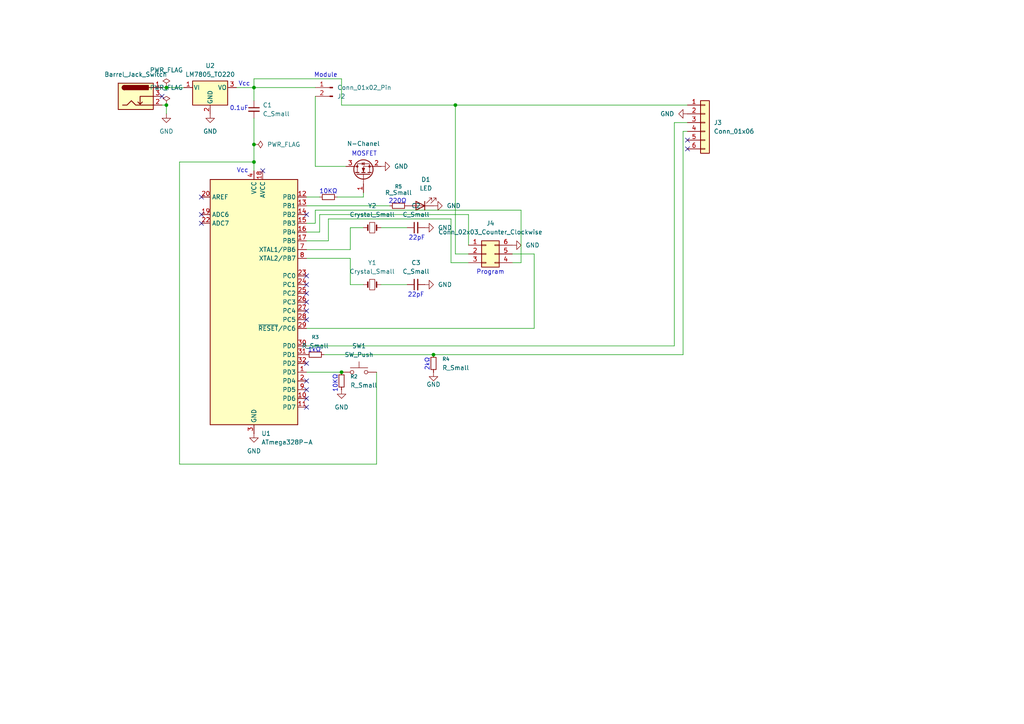
<source format=kicad_sch>
(kicad_sch
	(version 20250114)
	(generator "eeschema")
	(generator_version "9.0")
	(uuid "471db15b-0d18-41d5-bcf1-0ec641374aaa")
	(paper "A4")
	(lib_symbols
		(symbol "Connector:Barrel_Jack_Switch"
			(pin_names
				(hide yes)
			)
			(exclude_from_sim no)
			(in_bom yes)
			(on_board yes)
			(property "Reference" "J"
				(at 0 5.334 0)
				(effects
					(font
						(size 1.27 1.27)
					)
				)
			)
			(property "Value" "Barrel_Jack_Switch"
				(at 0 -5.08 0)
				(effects
					(font
						(size 1.27 1.27)
					)
				)
			)
			(property "Footprint" ""
				(at 1.27 -1.016 0)
				(effects
					(font
						(size 1.27 1.27)
					)
					(hide yes)
				)
			)
			(property "Datasheet" "~"
				(at 1.27 -1.016 0)
				(effects
					(font
						(size 1.27 1.27)
					)
					(hide yes)
				)
			)
			(property "Description" "DC Barrel Jack with an internal switch"
				(at 0 0 0)
				(effects
					(font
						(size 1.27 1.27)
					)
					(hide yes)
				)
			)
			(property "ki_keywords" "DC power barrel jack connector"
				(at 0 0 0)
				(effects
					(font
						(size 1.27 1.27)
					)
					(hide yes)
				)
			)
			(property "ki_fp_filters" "BarrelJack*"
				(at 0 0 0)
				(effects
					(font
						(size 1.27 1.27)
					)
					(hide yes)
				)
			)
			(symbol "Barrel_Jack_Switch_0_1"
				(rectangle
					(start -5.08 3.81)
					(end 5.08 -3.81)
					(stroke
						(width 0.254)
						(type default)
					)
					(fill
						(type background)
					)
				)
				(polyline
					(pts
						(xy -3.81 -2.54) (xy -2.54 -2.54) (xy -1.27 -1.27) (xy 0 -2.54) (xy 2.54 -2.54) (xy 5.08 -2.54)
					)
					(stroke
						(width 0.254)
						(type default)
					)
					(fill
						(type none)
					)
				)
				(arc
					(start -3.302 1.905)
					(mid -3.9343 2.54)
					(end -3.302 3.175)
					(stroke
						(width 0.254)
						(type default)
					)
					(fill
						(type none)
					)
				)
				(arc
					(start -3.302 1.905)
					(mid -3.9343 2.54)
					(end -3.302 3.175)
					(stroke
						(width 0.254)
						(type default)
					)
					(fill
						(type outline)
					)
				)
				(polyline
					(pts
						(xy 1.27 -2.286) (xy 1.905 -1.651)
					)
					(stroke
						(width 0.254)
						(type default)
					)
					(fill
						(type none)
					)
				)
				(rectangle
					(start 3.683 3.175)
					(end -3.302 1.905)
					(stroke
						(width 0.254)
						(type default)
					)
					(fill
						(type outline)
					)
				)
				(polyline
					(pts
						(xy 5.08 2.54) (xy 3.81 2.54)
					)
					(stroke
						(width 0.254)
						(type default)
					)
					(fill
						(type none)
					)
				)
				(polyline
					(pts
						(xy 5.08 0) (xy 1.27 0) (xy 1.27 -2.286) (xy 0.635 -1.651)
					)
					(stroke
						(width 0.254)
						(type default)
					)
					(fill
						(type none)
					)
				)
			)
			(symbol "Barrel_Jack_Switch_1_1"
				(pin passive line
					(at 7.62 2.54 180)
					(length 2.54)
					(name "~"
						(effects
							(font
								(size 1.27 1.27)
							)
						)
					)
					(number "1"
						(effects
							(font
								(size 1.27 1.27)
							)
						)
					)
				)
				(pin passive line
					(at 7.62 0 180)
					(length 2.54)
					(name "~"
						(effects
							(font
								(size 1.27 1.27)
							)
						)
					)
					(number "3"
						(effects
							(font
								(size 1.27 1.27)
							)
						)
					)
				)
				(pin passive line
					(at 7.62 -2.54 180)
					(length 2.54)
					(name "~"
						(effects
							(font
								(size 1.27 1.27)
							)
						)
					)
					(number "2"
						(effects
							(font
								(size 1.27 1.27)
							)
						)
					)
				)
			)
			(embedded_fonts no)
		)
		(symbol "Connector:Conn_01x02_Pin"
			(pin_names
				(offset 1.016)
				(hide yes)
			)
			(exclude_from_sim no)
			(in_bom yes)
			(on_board yes)
			(property "Reference" "J"
				(at 0 2.54 0)
				(effects
					(font
						(size 1.27 1.27)
					)
				)
			)
			(property "Value" "Conn_01x02_Pin"
				(at 0 -5.08 0)
				(effects
					(font
						(size 1.27 1.27)
					)
				)
			)
			(property "Footprint" ""
				(at 0 0 0)
				(effects
					(font
						(size 1.27 1.27)
					)
					(hide yes)
				)
			)
			(property "Datasheet" "~"
				(at 0 0 0)
				(effects
					(font
						(size 1.27 1.27)
					)
					(hide yes)
				)
			)
			(property "Description" "Generic connector, single row, 01x02, script generated"
				(at 0 0 0)
				(effects
					(font
						(size 1.27 1.27)
					)
					(hide yes)
				)
			)
			(property "ki_locked" ""
				(at 0 0 0)
				(effects
					(font
						(size 1.27 1.27)
					)
				)
			)
			(property "ki_keywords" "connector"
				(at 0 0 0)
				(effects
					(font
						(size 1.27 1.27)
					)
					(hide yes)
				)
			)
			(property "ki_fp_filters" "Connector*:*_1x??_*"
				(at 0 0 0)
				(effects
					(font
						(size 1.27 1.27)
					)
					(hide yes)
				)
			)
			(symbol "Conn_01x02_Pin_1_1"
				(rectangle
					(start 0.8636 0.127)
					(end 0 -0.127)
					(stroke
						(width 0.1524)
						(type default)
					)
					(fill
						(type outline)
					)
				)
				(rectangle
					(start 0.8636 -2.413)
					(end 0 -2.667)
					(stroke
						(width 0.1524)
						(type default)
					)
					(fill
						(type outline)
					)
				)
				(polyline
					(pts
						(xy 1.27 0) (xy 0.8636 0)
					)
					(stroke
						(width 0.1524)
						(type default)
					)
					(fill
						(type none)
					)
				)
				(polyline
					(pts
						(xy 1.27 -2.54) (xy 0.8636 -2.54)
					)
					(stroke
						(width 0.1524)
						(type default)
					)
					(fill
						(type none)
					)
				)
				(pin passive line
					(at 5.08 0 180)
					(length 3.81)
					(name "Pin_1"
						(effects
							(font
								(size 1.27 1.27)
							)
						)
					)
					(number "1"
						(effects
							(font
								(size 1.27 1.27)
							)
						)
					)
				)
				(pin passive line
					(at 5.08 -2.54 180)
					(length 3.81)
					(name "Pin_2"
						(effects
							(font
								(size 1.27 1.27)
							)
						)
					)
					(number "2"
						(effects
							(font
								(size 1.27 1.27)
							)
						)
					)
				)
			)
			(embedded_fonts no)
		)
		(symbol "Connector_Generic:Conn_01x06"
			(pin_names
				(offset 1.016)
				(hide yes)
			)
			(exclude_from_sim no)
			(in_bom yes)
			(on_board yes)
			(property "Reference" "J"
				(at 0 7.62 0)
				(effects
					(font
						(size 1.27 1.27)
					)
				)
			)
			(property "Value" "Conn_01x06"
				(at 0 -10.16 0)
				(effects
					(font
						(size 1.27 1.27)
					)
				)
			)
			(property "Footprint" ""
				(at 0 0 0)
				(effects
					(font
						(size 1.27 1.27)
					)
					(hide yes)
				)
			)
			(property "Datasheet" "~"
				(at 0 0 0)
				(effects
					(font
						(size 1.27 1.27)
					)
					(hide yes)
				)
			)
			(property "Description" "Generic connector, single row, 01x06, script generated (kicad-library-utils/schlib/autogen/connector/)"
				(at 0 0 0)
				(effects
					(font
						(size 1.27 1.27)
					)
					(hide yes)
				)
			)
			(property "ki_keywords" "connector"
				(at 0 0 0)
				(effects
					(font
						(size 1.27 1.27)
					)
					(hide yes)
				)
			)
			(property "ki_fp_filters" "Connector*:*_1x??_*"
				(at 0 0 0)
				(effects
					(font
						(size 1.27 1.27)
					)
					(hide yes)
				)
			)
			(symbol "Conn_01x06_1_1"
				(rectangle
					(start -1.27 6.35)
					(end 1.27 -8.89)
					(stroke
						(width 0.254)
						(type default)
					)
					(fill
						(type background)
					)
				)
				(rectangle
					(start -1.27 5.207)
					(end 0 4.953)
					(stroke
						(width 0.1524)
						(type default)
					)
					(fill
						(type none)
					)
				)
				(rectangle
					(start -1.27 2.667)
					(end 0 2.413)
					(stroke
						(width 0.1524)
						(type default)
					)
					(fill
						(type none)
					)
				)
				(rectangle
					(start -1.27 0.127)
					(end 0 -0.127)
					(stroke
						(width 0.1524)
						(type default)
					)
					(fill
						(type none)
					)
				)
				(rectangle
					(start -1.27 -2.413)
					(end 0 -2.667)
					(stroke
						(width 0.1524)
						(type default)
					)
					(fill
						(type none)
					)
				)
				(rectangle
					(start -1.27 -4.953)
					(end 0 -5.207)
					(stroke
						(width 0.1524)
						(type default)
					)
					(fill
						(type none)
					)
				)
				(rectangle
					(start -1.27 -7.493)
					(end 0 -7.747)
					(stroke
						(width 0.1524)
						(type default)
					)
					(fill
						(type none)
					)
				)
				(pin passive line
					(at -5.08 5.08 0)
					(length 3.81)
					(name "Pin_1"
						(effects
							(font
								(size 1.27 1.27)
							)
						)
					)
					(number "1"
						(effects
							(font
								(size 1.27 1.27)
							)
						)
					)
				)
				(pin passive line
					(at -5.08 2.54 0)
					(length 3.81)
					(name "Pin_2"
						(effects
							(font
								(size 1.27 1.27)
							)
						)
					)
					(number "2"
						(effects
							(font
								(size 1.27 1.27)
							)
						)
					)
				)
				(pin passive line
					(at -5.08 0 0)
					(length 3.81)
					(name "Pin_3"
						(effects
							(font
								(size 1.27 1.27)
							)
						)
					)
					(number "3"
						(effects
							(font
								(size 1.27 1.27)
							)
						)
					)
				)
				(pin passive line
					(at -5.08 -2.54 0)
					(length 3.81)
					(name "Pin_4"
						(effects
							(font
								(size 1.27 1.27)
							)
						)
					)
					(number "4"
						(effects
							(font
								(size 1.27 1.27)
							)
						)
					)
				)
				(pin passive line
					(at -5.08 -5.08 0)
					(length 3.81)
					(name "Pin_5"
						(effects
							(font
								(size 1.27 1.27)
							)
						)
					)
					(number "5"
						(effects
							(font
								(size 1.27 1.27)
							)
						)
					)
				)
				(pin passive line
					(at -5.08 -7.62 0)
					(length 3.81)
					(name "Pin_6"
						(effects
							(font
								(size 1.27 1.27)
							)
						)
					)
					(number "6"
						(effects
							(font
								(size 1.27 1.27)
							)
						)
					)
				)
			)
			(embedded_fonts no)
		)
		(symbol "Connector_Generic:Conn_02x03_Counter_Clockwise"
			(pin_names
				(offset 1.016)
				(hide yes)
			)
			(exclude_from_sim no)
			(in_bom yes)
			(on_board yes)
			(property "Reference" "J"
				(at 1.27 5.08 0)
				(effects
					(font
						(size 1.27 1.27)
					)
				)
			)
			(property "Value" "Conn_02x03_Counter_Clockwise"
				(at 1.27 -5.08 0)
				(effects
					(font
						(size 1.27 1.27)
					)
				)
			)
			(property "Footprint" ""
				(at 0 0 0)
				(effects
					(font
						(size 1.27 1.27)
					)
					(hide yes)
				)
			)
			(property "Datasheet" "~"
				(at 0 0 0)
				(effects
					(font
						(size 1.27 1.27)
					)
					(hide yes)
				)
			)
			(property "Description" "Generic connector, double row, 02x03, counter clockwise pin numbering scheme (similar to DIP package numbering), script generated (kicad-library-utils/schlib/autogen/connector/)"
				(at 0 0 0)
				(effects
					(font
						(size 1.27 1.27)
					)
					(hide yes)
				)
			)
			(property "ki_keywords" "connector"
				(at 0 0 0)
				(effects
					(font
						(size 1.27 1.27)
					)
					(hide yes)
				)
			)
			(property "ki_fp_filters" "Connector*:*_2x??_*"
				(at 0 0 0)
				(effects
					(font
						(size 1.27 1.27)
					)
					(hide yes)
				)
			)
			(symbol "Conn_02x03_Counter_Clockwise_1_1"
				(rectangle
					(start -1.27 3.81)
					(end 3.81 -3.81)
					(stroke
						(width 0.254)
						(type default)
					)
					(fill
						(type background)
					)
				)
				(rectangle
					(start -1.27 2.667)
					(end 0 2.413)
					(stroke
						(width 0.1524)
						(type default)
					)
					(fill
						(type none)
					)
				)
				(rectangle
					(start -1.27 0.127)
					(end 0 -0.127)
					(stroke
						(width 0.1524)
						(type default)
					)
					(fill
						(type none)
					)
				)
				(rectangle
					(start -1.27 -2.413)
					(end 0 -2.667)
					(stroke
						(width 0.1524)
						(type default)
					)
					(fill
						(type none)
					)
				)
				(rectangle
					(start 3.81 2.667)
					(end 2.54 2.413)
					(stroke
						(width 0.1524)
						(type default)
					)
					(fill
						(type none)
					)
				)
				(rectangle
					(start 3.81 0.127)
					(end 2.54 -0.127)
					(stroke
						(width 0.1524)
						(type default)
					)
					(fill
						(type none)
					)
				)
				(rectangle
					(start 3.81 -2.413)
					(end 2.54 -2.667)
					(stroke
						(width 0.1524)
						(type default)
					)
					(fill
						(type none)
					)
				)
				(pin passive line
					(at -5.08 2.54 0)
					(length 3.81)
					(name "Pin_1"
						(effects
							(font
								(size 1.27 1.27)
							)
						)
					)
					(number "1"
						(effects
							(font
								(size 1.27 1.27)
							)
						)
					)
				)
				(pin passive line
					(at -5.08 0 0)
					(length 3.81)
					(name "Pin_2"
						(effects
							(font
								(size 1.27 1.27)
							)
						)
					)
					(number "2"
						(effects
							(font
								(size 1.27 1.27)
							)
						)
					)
				)
				(pin passive line
					(at -5.08 -2.54 0)
					(length 3.81)
					(name "Pin_3"
						(effects
							(font
								(size 1.27 1.27)
							)
						)
					)
					(number "3"
						(effects
							(font
								(size 1.27 1.27)
							)
						)
					)
				)
				(pin passive line
					(at 7.62 2.54 180)
					(length 3.81)
					(name "Pin_6"
						(effects
							(font
								(size 1.27 1.27)
							)
						)
					)
					(number "6"
						(effects
							(font
								(size 1.27 1.27)
							)
						)
					)
				)
				(pin passive line
					(at 7.62 0 180)
					(length 3.81)
					(name "Pin_5"
						(effects
							(font
								(size 1.27 1.27)
							)
						)
					)
					(number "5"
						(effects
							(font
								(size 1.27 1.27)
							)
						)
					)
				)
				(pin passive line
					(at 7.62 -2.54 180)
					(length 3.81)
					(name "Pin_4"
						(effects
							(font
								(size 1.27 1.27)
							)
						)
					)
					(number "4"
						(effects
							(font
								(size 1.27 1.27)
							)
						)
					)
				)
			)
			(embedded_fonts no)
		)
		(symbol "Device:C_Small"
			(pin_numbers
				(hide yes)
			)
			(pin_names
				(offset 0.254)
				(hide yes)
			)
			(exclude_from_sim no)
			(in_bom yes)
			(on_board yes)
			(property "Reference" "C"
				(at 0.254 1.778 0)
				(effects
					(font
						(size 1.27 1.27)
					)
					(justify left)
				)
			)
			(property "Value" "C_Small"
				(at 0.254 -2.032 0)
				(effects
					(font
						(size 1.27 1.27)
					)
					(justify left)
				)
			)
			(property "Footprint" ""
				(at 0 0 0)
				(effects
					(font
						(size 1.27 1.27)
					)
					(hide yes)
				)
			)
			(property "Datasheet" "~"
				(at 0 0 0)
				(effects
					(font
						(size 1.27 1.27)
					)
					(hide yes)
				)
			)
			(property "Description" "Unpolarized capacitor, small symbol"
				(at 0 0 0)
				(effects
					(font
						(size 1.27 1.27)
					)
					(hide yes)
				)
			)
			(property "ki_keywords" "capacitor cap"
				(at 0 0 0)
				(effects
					(font
						(size 1.27 1.27)
					)
					(hide yes)
				)
			)
			(property "ki_fp_filters" "C_*"
				(at 0 0 0)
				(effects
					(font
						(size 1.27 1.27)
					)
					(hide yes)
				)
			)
			(symbol "C_Small_0_1"
				(polyline
					(pts
						(xy -1.524 0.508) (xy 1.524 0.508)
					)
					(stroke
						(width 0.3048)
						(type default)
					)
					(fill
						(type none)
					)
				)
				(polyline
					(pts
						(xy -1.524 -0.508) (xy 1.524 -0.508)
					)
					(stroke
						(width 0.3302)
						(type default)
					)
					(fill
						(type none)
					)
				)
			)
			(symbol "C_Small_1_1"
				(pin passive line
					(at 0 2.54 270)
					(length 2.032)
					(name "~"
						(effects
							(font
								(size 1.27 1.27)
							)
						)
					)
					(number "1"
						(effects
							(font
								(size 1.27 1.27)
							)
						)
					)
				)
				(pin passive line
					(at 0 -2.54 90)
					(length 2.032)
					(name "~"
						(effects
							(font
								(size 1.27 1.27)
							)
						)
					)
					(number "2"
						(effects
							(font
								(size 1.27 1.27)
							)
						)
					)
				)
			)
			(embedded_fonts no)
		)
		(symbol "Device:Crystal_Small"
			(pin_numbers
				(hide yes)
			)
			(pin_names
				(offset 1.016)
				(hide yes)
			)
			(exclude_from_sim no)
			(in_bom yes)
			(on_board yes)
			(property "Reference" "Y"
				(at 0 2.54 0)
				(effects
					(font
						(size 1.27 1.27)
					)
				)
			)
			(property "Value" "Crystal_Small"
				(at 0 -2.54 0)
				(effects
					(font
						(size 1.27 1.27)
					)
				)
			)
			(property "Footprint" ""
				(at 0 0 0)
				(effects
					(font
						(size 1.27 1.27)
					)
					(hide yes)
				)
			)
			(property "Datasheet" "~"
				(at 0 0 0)
				(effects
					(font
						(size 1.27 1.27)
					)
					(hide yes)
				)
			)
			(property "Description" "Two pin crystal, small symbol"
				(at 0 0 0)
				(effects
					(font
						(size 1.27 1.27)
					)
					(hide yes)
				)
			)
			(property "ki_keywords" "quartz ceramic resonator oscillator"
				(at 0 0 0)
				(effects
					(font
						(size 1.27 1.27)
					)
					(hide yes)
				)
			)
			(property "ki_fp_filters" "Crystal*"
				(at 0 0 0)
				(effects
					(font
						(size 1.27 1.27)
					)
					(hide yes)
				)
			)
			(symbol "Crystal_Small_0_1"
				(polyline
					(pts
						(xy -1.27 -0.762) (xy -1.27 0.762)
					)
					(stroke
						(width 0.381)
						(type default)
					)
					(fill
						(type none)
					)
				)
				(rectangle
					(start -0.762 -1.524)
					(end 0.762 1.524)
					(stroke
						(width 0)
						(type default)
					)
					(fill
						(type none)
					)
				)
				(polyline
					(pts
						(xy 1.27 -0.762) (xy 1.27 0.762)
					)
					(stroke
						(width 0.381)
						(type default)
					)
					(fill
						(type none)
					)
				)
			)
			(symbol "Crystal_Small_1_1"
				(pin passive line
					(at -2.54 0 0)
					(length 1.27)
					(name "1"
						(effects
							(font
								(size 1.27 1.27)
							)
						)
					)
					(number "1"
						(effects
							(font
								(size 1.27 1.27)
							)
						)
					)
				)
				(pin passive line
					(at 2.54 0 180)
					(length 1.27)
					(name "2"
						(effects
							(font
								(size 1.27 1.27)
							)
						)
					)
					(number "2"
						(effects
							(font
								(size 1.27 1.27)
							)
						)
					)
				)
			)
			(embedded_fonts no)
		)
		(symbol "Device:LED"
			(pin_numbers
				(hide yes)
			)
			(pin_names
				(offset 1.016)
				(hide yes)
			)
			(exclude_from_sim no)
			(in_bom yes)
			(on_board yes)
			(property "Reference" "D"
				(at 0 2.54 0)
				(effects
					(font
						(size 1.27 1.27)
					)
				)
			)
			(property "Value" "LED"
				(at 0 -2.54 0)
				(effects
					(font
						(size 1.27 1.27)
					)
				)
			)
			(property "Footprint" ""
				(at 0 0 0)
				(effects
					(font
						(size 1.27 1.27)
					)
					(hide yes)
				)
			)
			(property "Datasheet" "~"
				(at 0 0 0)
				(effects
					(font
						(size 1.27 1.27)
					)
					(hide yes)
				)
			)
			(property "Description" "Light emitting diode"
				(at 0 0 0)
				(effects
					(font
						(size 1.27 1.27)
					)
					(hide yes)
				)
			)
			(property "Sim.Pins" "1=K 2=A"
				(at 0 0 0)
				(effects
					(font
						(size 1.27 1.27)
					)
					(hide yes)
				)
			)
			(property "ki_keywords" "LED diode"
				(at 0 0 0)
				(effects
					(font
						(size 1.27 1.27)
					)
					(hide yes)
				)
			)
			(property "ki_fp_filters" "LED* LED_SMD:* LED_THT:*"
				(at 0 0 0)
				(effects
					(font
						(size 1.27 1.27)
					)
					(hide yes)
				)
			)
			(symbol "LED_0_1"
				(polyline
					(pts
						(xy -3.048 -0.762) (xy -4.572 -2.286) (xy -3.81 -2.286) (xy -4.572 -2.286) (xy -4.572 -1.524)
					)
					(stroke
						(width 0)
						(type default)
					)
					(fill
						(type none)
					)
				)
				(polyline
					(pts
						(xy -1.778 -0.762) (xy -3.302 -2.286) (xy -2.54 -2.286) (xy -3.302 -2.286) (xy -3.302 -1.524)
					)
					(stroke
						(width 0)
						(type default)
					)
					(fill
						(type none)
					)
				)
				(polyline
					(pts
						(xy -1.27 0) (xy 1.27 0)
					)
					(stroke
						(width 0)
						(type default)
					)
					(fill
						(type none)
					)
				)
				(polyline
					(pts
						(xy -1.27 -1.27) (xy -1.27 1.27)
					)
					(stroke
						(width 0.254)
						(type default)
					)
					(fill
						(type none)
					)
				)
				(polyline
					(pts
						(xy 1.27 -1.27) (xy 1.27 1.27) (xy -1.27 0) (xy 1.27 -1.27)
					)
					(stroke
						(width 0.254)
						(type default)
					)
					(fill
						(type none)
					)
				)
			)
			(symbol "LED_1_1"
				(pin passive line
					(at -3.81 0 0)
					(length 2.54)
					(name "K"
						(effects
							(font
								(size 1.27 1.27)
							)
						)
					)
					(number "1"
						(effects
							(font
								(size 1.27 1.27)
							)
						)
					)
				)
				(pin passive line
					(at 3.81 0 180)
					(length 2.54)
					(name "A"
						(effects
							(font
								(size 1.27 1.27)
							)
						)
					)
					(number "2"
						(effects
							(font
								(size 1.27 1.27)
							)
						)
					)
				)
			)
			(embedded_fonts no)
		)
		(symbol "Device:R_Small"
			(pin_numbers
				(hide yes)
			)
			(pin_names
				(offset 0.254)
				(hide yes)
			)
			(exclude_from_sim no)
			(in_bom yes)
			(on_board yes)
			(property "Reference" "R"
				(at 0 0 90)
				(effects
					(font
						(size 1.016 1.016)
					)
				)
			)
			(property "Value" "R_Small"
				(at 1.778 0 90)
				(effects
					(font
						(size 1.27 1.27)
					)
				)
			)
			(property "Footprint" ""
				(at 0 0 0)
				(effects
					(font
						(size 1.27 1.27)
					)
					(hide yes)
				)
			)
			(property "Datasheet" "~"
				(at 0 0 0)
				(effects
					(font
						(size 1.27 1.27)
					)
					(hide yes)
				)
			)
			(property "Description" "Resistor, small symbol"
				(at 0 0 0)
				(effects
					(font
						(size 1.27 1.27)
					)
					(hide yes)
				)
			)
			(property "ki_keywords" "R resistor"
				(at 0 0 0)
				(effects
					(font
						(size 1.27 1.27)
					)
					(hide yes)
				)
			)
			(property "ki_fp_filters" "R_*"
				(at 0 0 0)
				(effects
					(font
						(size 1.27 1.27)
					)
					(hide yes)
				)
			)
			(symbol "R_Small_0_1"
				(rectangle
					(start -0.762 1.778)
					(end 0.762 -1.778)
					(stroke
						(width 0.2032)
						(type default)
					)
					(fill
						(type none)
					)
				)
			)
			(symbol "R_Small_1_1"
				(pin passive line
					(at 0 2.54 270)
					(length 0.762)
					(name "~"
						(effects
							(font
								(size 1.27 1.27)
							)
						)
					)
					(number "1"
						(effects
							(font
								(size 1.27 1.27)
							)
						)
					)
				)
				(pin passive line
					(at 0 -2.54 90)
					(length 0.762)
					(name "~"
						(effects
							(font
								(size 1.27 1.27)
							)
						)
					)
					(number "2"
						(effects
							(font
								(size 1.27 1.27)
							)
						)
					)
				)
			)
			(embedded_fonts no)
		)
		(symbol "MCU_Microchip_ATmega:ATmega328P-A"
			(exclude_from_sim no)
			(in_bom yes)
			(on_board yes)
			(property "Reference" "U"
				(at -12.7 36.83 0)
				(effects
					(font
						(size 1.27 1.27)
					)
					(justify left bottom)
				)
			)
			(property "Value" "ATmega328P-A"
				(at 2.54 -36.83 0)
				(effects
					(font
						(size 1.27 1.27)
					)
					(justify left top)
				)
			)
			(property "Footprint" "Package_QFP:TQFP-32_7x7mm_P0.8mm"
				(at 0 0 0)
				(effects
					(font
						(size 1.27 1.27)
						(italic yes)
					)
					(hide yes)
				)
			)
			(property "Datasheet" "http://ww1.microchip.com/downloads/en/DeviceDoc/ATmega328_P%20AVR%20MCU%20with%20picoPower%20Technology%20Data%20Sheet%2040001984A.pdf"
				(at 0 0 0)
				(effects
					(font
						(size 1.27 1.27)
					)
					(hide yes)
				)
			)
			(property "Description" "20MHz, 32kB Flash, 2kB SRAM, 1kB EEPROM, TQFP-32"
				(at 0 0 0)
				(effects
					(font
						(size 1.27 1.27)
					)
					(hide yes)
				)
			)
			(property "ki_keywords" "AVR 8bit Microcontroller MegaAVR PicoPower"
				(at 0 0 0)
				(effects
					(font
						(size 1.27 1.27)
					)
					(hide yes)
				)
			)
			(property "ki_fp_filters" "TQFP*7x7mm*P0.8mm*"
				(at 0 0 0)
				(effects
					(font
						(size 1.27 1.27)
					)
					(hide yes)
				)
			)
			(symbol "ATmega328P-A_0_1"
				(rectangle
					(start -12.7 -35.56)
					(end 12.7 35.56)
					(stroke
						(width 0.254)
						(type default)
					)
					(fill
						(type background)
					)
				)
			)
			(symbol "ATmega328P-A_1_1"
				(pin passive line
					(at -15.24 30.48 0)
					(length 2.54)
					(name "AREF"
						(effects
							(font
								(size 1.27 1.27)
							)
						)
					)
					(number "20"
						(effects
							(font
								(size 1.27 1.27)
							)
						)
					)
				)
				(pin input line
					(at -15.24 25.4 0)
					(length 2.54)
					(name "ADC6"
						(effects
							(font
								(size 1.27 1.27)
							)
						)
					)
					(number "19"
						(effects
							(font
								(size 1.27 1.27)
							)
						)
					)
				)
				(pin input line
					(at -15.24 22.86 0)
					(length 2.54)
					(name "ADC7"
						(effects
							(font
								(size 1.27 1.27)
							)
						)
					)
					(number "22"
						(effects
							(font
								(size 1.27 1.27)
							)
						)
					)
				)
				(pin power_in line
					(at 0 38.1 270)
					(length 2.54)
					(name "VCC"
						(effects
							(font
								(size 1.27 1.27)
							)
						)
					)
					(number "4"
						(effects
							(font
								(size 1.27 1.27)
							)
						)
					)
				)
				(pin passive line
					(at 0 38.1 270)
					(length 2.54)
					(hide yes)
					(name "VCC"
						(effects
							(font
								(size 1.27 1.27)
							)
						)
					)
					(number "6"
						(effects
							(font
								(size 1.27 1.27)
							)
						)
					)
				)
				(pin passive line
					(at 0 -38.1 90)
					(length 2.54)
					(hide yes)
					(name "GND"
						(effects
							(font
								(size 1.27 1.27)
							)
						)
					)
					(number "21"
						(effects
							(font
								(size 1.27 1.27)
							)
						)
					)
				)
				(pin power_in line
					(at 0 -38.1 90)
					(length 2.54)
					(name "GND"
						(effects
							(font
								(size 1.27 1.27)
							)
						)
					)
					(number "3"
						(effects
							(font
								(size 1.27 1.27)
							)
						)
					)
				)
				(pin passive line
					(at 0 -38.1 90)
					(length 2.54)
					(hide yes)
					(name "GND"
						(effects
							(font
								(size 1.27 1.27)
							)
						)
					)
					(number "5"
						(effects
							(font
								(size 1.27 1.27)
							)
						)
					)
				)
				(pin power_in line
					(at 2.54 38.1 270)
					(length 2.54)
					(name "AVCC"
						(effects
							(font
								(size 1.27 1.27)
							)
						)
					)
					(number "18"
						(effects
							(font
								(size 1.27 1.27)
							)
						)
					)
				)
				(pin bidirectional line
					(at 15.24 30.48 180)
					(length 2.54)
					(name "PB0"
						(effects
							(font
								(size 1.27 1.27)
							)
						)
					)
					(number "12"
						(effects
							(font
								(size 1.27 1.27)
							)
						)
					)
				)
				(pin bidirectional line
					(at 15.24 27.94 180)
					(length 2.54)
					(name "PB1"
						(effects
							(font
								(size 1.27 1.27)
							)
						)
					)
					(number "13"
						(effects
							(font
								(size 1.27 1.27)
							)
						)
					)
				)
				(pin bidirectional line
					(at 15.24 25.4 180)
					(length 2.54)
					(name "PB2"
						(effects
							(font
								(size 1.27 1.27)
							)
						)
					)
					(number "14"
						(effects
							(font
								(size 1.27 1.27)
							)
						)
					)
				)
				(pin bidirectional line
					(at 15.24 22.86 180)
					(length 2.54)
					(name "PB3"
						(effects
							(font
								(size 1.27 1.27)
							)
						)
					)
					(number "15"
						(effects
							(font
								(size 1.27 1.27)
							)
						)
					)
				)
				(pin bidirectional line
					(at 15.24 20.32 180)
					(length 2.54)
					(name "PB4"
						(effects
							(font
								(size 1.27 1.27)
							)
						)
					)
					(number "16"
						(effects
							(font
								(size 1.27 1.27)
							)
						)
					)
				)
				(pin bidirectional line
					(at 15.24 17.78 180)
					(length 2.54)
					(name "PB5"
						(effects
							(font
								(size 1.27 1.27)
							)
						)
					)
					(number "17"
						(effects
							(font
								(size 1.27 1.27)
							)
						)
					)
				)
				(pin bidirectional line
					(at 15.24 15.24 180)
					(length 2.54)
					(name "XTAL1/PB6"
						(effects
							(font
								(size 1.27 1.27)
							)
						)
					)
					(number "7"
						(effects
							(font
								(size 1.27 1.27)
							)
						)
					)
				)
				(pin bidirectional line
					(at 15.24 12.7 180)
					(length 2.54)
					(name "XTAL2/PB7"
						(effects
							(font
								(size 1.27 1.27)
							)
						)
					)
					(number "8"
						(effects
							(font
								(size 1.27 1.27)
							)
						)
					)
				)
				(pin bidirectional line
					(at 15.24 7.62 180)
					(length 2.54)
					(name "PC0"
						(effects
							(font
								(size 1.27 1.27)
							)
						)
					)
					(number "23"
						(effects
							(font
								(size 1.27 1.27)
							)
						)
					)
				)
				(pin bidirectional line
					(at 15.24 5.08 180)
					(length 2.54)
					(name "PC1"
						(effects
							(font
								(size 1.27 1.27)
							)
						)
					)
					(number "24"
						(effects
							(font
								(size 1.27 1.27)
							)
						)
					)
				)
				(pin bidirectional line
					(at 15.24 2.54 180)
					(length 2.54)
					(name "PC2"
						(effects
							(font
								(size 1.27 1.27)
							)
						)
					)
					(number "25"
						(effects
							(font
								(size 1.27 1.27)
							)
						)
					)
				)
				(pin bidirectional line
					(at 15.24 0 180)
					(length 2.54)
					(name "PC3"
						(effects
							(font
								(size 1.27 1.27)
							)
						)
					)
					(number "26"
						(effects
							(font
								(size 1.27 1.27)
							)
						)
					)
				)
				(pin bidirectional line
					(at 15.24 -2.54 180)
					(length 2.54)
					(name "PC4"
						(effects
							(font
								(size 1.27 1.27)
							)
						)
					)
					(number "27"
						(effects
							(font
								(size 1.27 1.27)
							)
						)
					)
				)
				(pin bidirectional line
					(at 15.24 -5.08 180)
					(length 2.54)
					(name "PC5"
						(effects
							(font
								(size 1.27 1.27)
							)
						)
					)
					(number "28"
						(effects
							(font
								(size 1.27 1.27)
							)
						)
					)
				)
				(pin bidirectional line
					(at 15.24 -7.62 180)
					(length 2.54)
					(name "~{RESET}/PC6"
						(effects
							(font
								(size 1.27 1.27)
							)
						)
					)
					(number "29"
						(effects
							(font
								(size 1.27 1.27)
							)
						)
					)
				)
				(pin bidirectional line
					(at 15.24 -12.7 180)
					(length 2.54)
					(name "PD0"
						(effects
							(font
								(size 1.27 1.27)
							)
						)
					)
					(number "30"
						(effects
							(font
								(size 1.27 1.27)
							)
						)
					)
				)
				(pin bidirectional line
					(at 15.24 -15.24 180)
					(length 2.54)
					(name "PD1"
						(effects
							(font
								(size 1.27 1.27)
							)
						)
					)
					(number "31"
						(effects
							(font
								(size 1.27 1.27)
							)
						)
					)
				)
				(pin bidirectional line
					(at 15.24 -17.78 180)
					(length 2.54)
					(name "PD2"
						(effects
							(font
								(size 1.27 1.27)
							)
						)
					)
					(number "32"
						(effects
							(font
								(size 1.27 1.27)
							)
						)
					)
				)
				(pin bidirectional line
					(at 15.24 -20.32 180)
					(length 2.54)
					(name "PD3"
						(effects
							(font
								(size 1.27 1.27)
							)
						)
					)
					(number "1"
						(effects
							(font
								(size 1.27 1.27)
							)
						)
					)
				)
				(pin bidirectional line
					(at 15.24 -22.86 180)
					(length 2.54)
					(name "PD4"
						(effects
							(font
								(size 1.27 1.27)
							)
						)
					)
					(number "2"
						(effects
							(font
								(size 1.27 1.27)
							)
						)
					)
				)
				(pin bidirectional line
					(at 15.24 -25.4 180)
					(length 2.54)
					(name "PD5"
						(effects
							(font
								(size 1.27 1.27)
							)
						)
					)
					(number "9"
						(effects
							(font
								(size 1.27 1.27)
							)
						)
					)
				)
				(pin bidirectional line
					(at 15.24 -27.94 180)
					(length 2.54)
					(name "PD6"
						(effects
							(font
								(size 1.27 1.27)
							)
						)
					)
					(number "10"
						(effects
							(font
								(size 1.27 1.27)
							)
						)
					)
				)
				(pin bidirectional line
					(at 15.24 -30.48 180)
					(length 2.54)
					(name "PD7"
						(effects
							(font
								(size 1.27 1.27)
							)
						)
					)
					(number "11"
						(effects
							(font
								(size 1.27 1.27)
							)
						)
					)
				)
			)
			(embedded_fonts no)
		)
		(symbol "Regulator_Linear:LM7805_TO220"
			(pin_names
				(offset 0.254)
			)
			(exclude_from_sim no)
			(in_bom yes)
			(on_board yes)
			(property "Reference" "U"
				(at -3.81 3.175 0)
				(effects
					(font
						(size 1.27 1.27)
					)
				)
			)
			(property "Value" "LM7805_TO220"
				(at 0 3.175 0)
				(effects
					(font
						(size 1.27 1.27)
					)
					(justify left)
				)
			)
			(property "Footprint" "Package_TO_SOT_THT:TO-220-3_Vertical"
				(at 0 5.715 0)
				(effects
					(font
						(size 1.27 1.27)
						(italic yes)
					)
					(hide yes)
				)
			)
			(property "Datasheet" "https://www.onsemi.cn/PowerSolutions/document/MC7800-D.PDF"
				(at 0 -1.27 0)
				(effects
					(font
						(size 1.27 1.27)
					)
					(hide yes)
				)
			)
			(property "Description" "Positive 1A 35V Linear Regulator, Fixed Output 5V, TO-220"
				(at 0 0 0)
				(effects
					(font
						(size 1.27 1.27)
					)
					(hide yes)
				)
			)
			(property "ki_keywords" "Voltage Regulator 1A Positive"
				(at 0 0 0)
				(effects
					(font
						(size 1.27 1.27)
					)
					(hide yes)
				)
			)
			(property "ki_fp_filters" "TO?220*"
				(at 0 0 0)
				(effects
					(font
						(size 1.27 1.27)
					)
					(hide yes)
				)
			)
			(symbol "LM7805_TO220_0_1"
				(rectangle
					(start -5.08 1.905)
					(end 5.08 -5.08)
					(stroke
						(width 0.254)
						(type default)
					)
					(fill
						(type background)
					)
				)
			)
			(symbol "LM7805_TO220_1_1"
				(pin power_in line
					(at -7.62 0 0)
					(length 2.54)
					(name "VI"
						(effects
							(font
								(size 1.27 1.27)
							)
						)
					)
					(number "1"
						(effects
							(font
								(size 1.27 1.27)
							)
						)
					)
				)
				(pin power_in line
					(at 0 -7.62 90)
					(length 2.54)
					(name "GND"
						(effects
							(font
								(size 1.27 1.27)
							)
						)
					)
					(number "2"
						(effects
							(font
								(size 1.27 1.27)
							)
						)
					)
				)
				(pin power_out line
					(at 7.62 0 180)
					(length 2.54)
					(name "VO"
						(effects
							(font
								(size 1.27 1.27)
							)
						)
					)
					(number "3"
						(effects
							(font
								(size 1.27 1.27)
							)
						)
					)
				)
			)
			(embedded_fonts no)
		)
		(symbol "Switch:SW_Push"
			(pin_numbers
				(hide yes)
			)
			(pin_names
				(offset 1.016)
				(hide yes)
			)
			(exclude_from_sim no)
			(in_bom yes)
			(on_board yes)
			(property "Reference" "SW"
				(at 1.27 2.54 0)
				(effects
					(font
						(size 1.27 1.27)
					)
					(justify left)
				)
			)
			(property "Value" "SW_Push"
				(at 0 -1.524 0)
				(effects
					(font
						(size 1.27 1.27)
					)
				)
			)
			(property "Footprint" ""
				(at 0 5.08 0)
				(effects
					(font
						(size 1.27 1.27)
					)
					(hide yes)
				)
			)
			(property "Datasheet" "~"
				(at 0 5.08 0)
				(effects
					(font
						(size 1.27 1.27)
					)
					(hide yes)
				)
			)
			(property "Description" "Push button switch, generic, two pins"
				(at 0 0 0)
				(effects
					(font
						(size 1.27 1.27)
					)
					(hide yes)
				)
			)
			(property "ki_keywords" "switch normally-open pushbutton push-button"
				(at 0 0 0)
				(effects
					(font
						(size 1.27 1.27)
					)
					(hide yes)
				)
			)
			(symbol "SW_Push_0_1"
				(circle
					(center -2.032 0)
					(radius 0.508)
					(stroke
						(width 0)
						(type default)
					)
					(fill
						(type none)
					)
				)
				(polyline
					(pts
						(xy 0 1.27) (xy 0 3.048)
					)
					(stroke
						(width 0)
						(type default)
					)
					(fill
						(type none)
					)
				)
				(circle
					(center 2.032 0)
					(radius 0.508)
					(stroke
						(width 0)
						(type default)
					)
					(fill
						(type none)
					)
				)
				(polyline
					(pts
						(xy 2.54 1.27) (xy -2.54 1.27)
					)
					(stroke
						(width 0)
						(type default)
					)
					(fill
						(type none)
					)
				)
				(pin passive line
					(at -5.08 0 0)
					(length 2.54)
					(name "1"
						(effects
							(font
								(size 1.27 1.27)
							)
						)
					)
					(number "1"
						(effects
							(font
								(size 1.27 1.27)
							)
						)
					)
				)
				(pin passive line
					(at 5.08 0 180)
					(length 2.54)
					(name "2"
						(effects
							(font
								(size 1.27 1.27)
							)
						)
					)
					(number "2"
						(effects
							(font
								(size 1.27 1.27)
							)
						)
					)
				)
			)
			(embedded_fonts no)
		)
		(symbol "Transistor_FET:Q_NMOS_GSD"
			(pin_names
				(offset 0)
				(hide yes)
			)
			(exclude_from_sim no)
			(in_bom yes)
			(on_board yes)
			(property "Reference" "Q"
				(at 5.08 1.905 0)
				(effects
					(font
						(size 1.27 1.27)
					)
					(justify left)
				)
			)
			(property "Value" "Q_NMOS_GSD"
				(at 5.08 0 0)
				(effects
					(font
						(size 1.27 1.27)
					)
					(justify left)
				)
			)
			(property "Footprint" ""
				(at 5.08 2.54 0)
				(effects
					(font
						(size 1.27 1.27)
					)
					(hide yes)
				)
			)
			(property "Datasheet" "~"
				(at 0 0 0)
				(effects
					(font
						(size 1.27 1.27)
					)
					(hide yes)
				)
			)
			(property "Description" "N-MOSFET transistor, gate/source/drain"
				(at 0 0 0)
				(effects
					(font
						(size 1.27 1.27)
					)
					(hide yes)
				)
			)
			(property "ki_keywords" "transistor NMOS N-MOS N-MOSFET"
				(at 0 0 0)
				(effects
					(font
						(size 1.27 1.27)
					)
					(hide yes)
				)
			)
			(symbol "Q_NMOS_GSD_0_1"
				(polyline
					(pts
						(xy 0.254 1.905) (xy 0.254 -1.905)
					)
					(stroke
						(width 0.254)
						(type default)
					)
					(fill
						(type none)
					)
				)
				(polyline
					(pts
						(xy 0.254 0) (xy -2.54 0)
					)
					(stroke
						(width 0)
						(type default)
					)
					(fill
						(type none)
					)
				)
				(polyline
					(pts
						(xy 0.762 2.286) (xy 0.762 1.27)
					)
					(stroke
						(width 0.254)
						(type default)
					)
					(fill
						(type none)
					)
				)
				(polyline
					(pts
						(xy 0.762 0.508) (xy 0.762 -0.508)
					)
					(stroke
						(width 0.254)
						(type default)
					)
					(fill
						(type none)
					)
				)
				(polyline
					(pts
						(xy 0.762 -1.27) (xy 0.762 -2.286)
					)
					(stroke
						(width 0.254)
						(type default)
					)
					(fill
						(type none)
					)
				)
				(polyline
					(pts
						(xy 0.762 -1.778) (xy 3.302 -1.778) (xy 3.302 1.778) (xy 0.762 1.778)
					)
					(stroke
						(width 0)
						(type default)
					)
					(fill
						(type none)
					)
				)
				(polyline
					(pts
						(xy 1.016 0) (xy 2.032 0.381) (xy 2.032 -0.381) (xy 1.016 0)
					)
					(stroke
						(width 0)
						(type default)
					)
					(fill
						(type outline)
					)
				)
				(circle
					(center 1.651 0)
					(radius 2.794)
					(stroke
						(width 0.254)
						(type default)
					)
					(fill
						(type none)
					)
				)
				(polyline
					(pts
						(xy 2.54 2.54) (xy 2.54 1.778)
					)
					(stroke
						(width 0)
						(type default)
					)
					(fill
						(type none)
					)
				)
				(circle
					(center 2.54 1.778)
					(radius 0.254)
					(stroke
						(width 0)
						(type default)
					)
					(fill
						(type outline)
					)
				)
				(circle
					(center 2.54 -1.778)
					(radius 0.254)
					(stroke
						(width 0)
						(type default)
					)
					(fill
						(type outline)
					)
				)
				(polyline
					(pts
						(xy 2.54 -2.54) (xy 2.54 0) (xy 0.762 0)
					)
					(stroke
						(width 0)
						(type default)
					)
					(fill
						(type none)
					)
				)
				(polyline
					(pts
						(xy 2.921 0.381) (xy 3.683 0.381)
					)
					(stroke
						(width 0)
						(type default)
					)
					(fill
						(type none)
					)
				)
				(polyline
					(pts
						(xy 3.302 0.381) (xy 2.921 -0.254) (xy 3.683 -0.254) (xy 3.302 0.381)
					)
					(stroke
						(width 0)
						(type default)
					)
					(fill
						(type none)
					)
				)
			)
			(symbol "Q_NMOS_GSD_1_1"
				(pin input line
					(at -5.08 0 0)
					(length 2.54)
					(name "G"
						(effects
							(font
								(size 1.27 1.27)
							)
						)
					)
					(number "1"
						(effects
							(font
								(size 1.27 1.27)
							)
						)
					)
				)
				(pin passive line
					(at 2.54 5.08 270)
					(length 2.54)
					(name "D"
						(effects
							(font
								(size 1.27 1.27)
							)
						)
					)
					(number "3"
						(effects
							(font
								(size 1.27 1.27)
							)
						)
					)
				)
				(pin passive line
					(at 2.54 -5.08 90)
					(length 2.54)
					(name "S"
						(effects
							(font
								(size 1.27 1.27)
							)
						)
					)
					(number "2"
						(effects
							(font
								(size 1.27 1.27)
							)
						)
					)
				)
			)
			(embedded_fonts no)
		)
		(symbol "power:GND"
			(power)
			(pin_numbers
				(hide yes)
			)
			(pin_names
				(offset 0)
				(hide yes)
			)
			(exclude_from_sim no)
			(in_bom yes)
			(on_board yes)
			(property "Reference" "#PWR"
				(at 0 -6.35 0)
				(effects
					(font
						(size 1.27 1.27)
					)
					(hide yes)
				)
			)
			(property "Value" "GND"
				(at 0 -3.81 0)
				(effects
					(font
						(size 1.27 1.27)
					)
				)
			)
			(property "Footprint" ""
				(at 0 0 0)
				(effects
					(font
						(size 1.27 1.27)
					)
					(hide yes)
				)
			)
			(property "Datasheet" ""
				(at 0 0 0)
				(effects
					(font
						(size 1.27 1.27)
					)
					(hide yes)
				)
			)
			(property "Description" "Power symbol creates a global label with name \"GND\" , ground"
				(at 0 0 0)
				(effects
					(font
						(size 1.27 1.27)
					)
					(hide yes)
				)
			)
			(property "ki_keywords" "global power"
				(at 0 0 0)
				(effects
					(font
						(size 1.27 1.27)
					)
					(hide yes)
				)
			)
			(symbol "GND_0_1"
				(polyline
					(pts
						(xy 0 0) (xy 0 -1.27) (xy 1.27 -1.27) (xy 0 -2.54) (xy -1.27 -1.27) (xy 0 -1.27)
					)
					(stroke
						(width 0)
						(type default)
					)
					(fill
						(type none)
					)
				)
			)
			(symbol "GND_1_1"
				(pin power_in line
					(at 0 0 270)
					(length 0)
					(name "~"
						(effects
							(font
								(size 1.27 1.27)
							)
						)
					)
					(number "1"
						(effects
							(font
								(size 1.27 1.27)
							)
						)
					)
				)
			)
			(embedded_fonts no)
		)
		(symbol "power:PWR_FLAG"
			(power)
			(pin_numbers
				(hide yes)
			)
			(pin_names
				(offset 0)
				(hide yes)
			)
			(exclude_from_sim no)
			(in_bom yes)
			(on_board yes)
			(property "Reference" "#FLG"
				(at 0 1.905 0)
				(effects
					(font
						(size 1.27 1.27)
					)
					(hide yes)
				)
			)
			(property "Value" "PWR_FLAG"
				(at 0 3.81 0)
				(effects
					(font
						(size 1.27 1.27)
					)
				)
			)
			(property "Footprint" ""
				(at 0 0 0)
				(effects
					(font
						(size 1.27 1.27)
					)
					(hide yes)
				)
			)
			(property "Datasheet" "~"
				(at 0 0 0)
				(effects
					(font
						(size 1.27 1.27)
					)
					(hide yes)
				)
			)
			(property "Description" "Special symbol for telling ERC where power comes from"
				(at 0 0 0)
				(effects
					(font
						(size 1.27 1.27)
					)
					(hide yes)
				)
			)
			(property "ki_keywords" "flag power"
				(at 0 0 0)
				(effects
					(font
						(size 1.27 1.27)
					)
					(hide yes)
				)
			)
			(symbol "PWR_FLAG_0_0"
				(pin power_out line
					(at 0 0 90)
					(length 0)
					(name "~"
						(effects
							(font
								(size 1.27 1.27)
							)
						)
					)
					(number "1"
						(effects
							(font
								(size 1.27 1.27)
							)
						)
					)
				)
			)
			(symbol "PWR_FLAG_0_1"
				(polyline
					(pts
						(xy 0 0) (xy 0 1.27) (xy -1.016 1.905) (xy 0 2.54) (xy 1.016 1.905) (xy 0 1.27)
					)
					(stroke
						(width 0)
						(type default)
					)
					(fill
						(type none)
					)
				)
			)
			(embedded_fonts no)
		)
	)
	(text "10KΩ"
		(exclude_from_sim no)
		(at 95.25 55.626 0)
		(effects
			(font
				(size 1.27 1.27)
			)
		)
		(uuid "6b4046db-8999-44f0-97d8-9534dae9b548")
	)
	(text "Program"
		(exclude_from_sim no)
		(at 142.24 78.994 0)
		(effects
			(font
				(size 1.27 1.27)
			)
		)
		(uuid "824385e2-25b1-40b1-8e8e-890468e20619")
	)
	(text "2kΩ"
		(exclude_from_sim no)
		(at 123.952 105.664 90)
		(effects
			(font
				(size 1.27 1.27)
			)
		)
		(uuid "ac58d4ad-5069-4b58-bdf3-90c5d9cc028d")
	)
	(text "1kΩ"
		(exclude_from_sim no)
		(at 91.186 101.6 0)
		(effects
			(font
				(size 1.27 1.27)
			)
		)
		(uuid "b7871b33-c33e-4829-97aa-48558ae05476")
	)
	(text "MOSFET"
		(exclude_from_sim no)
		(at 105.664 44.704 0)
		(effects
			(font
				(size 1.27 1.27)
			)
		)
		(uuid "c2dfed05-c10d-449a-928e-bb649a270764")
	)
	(text "10KΩ"
		(exclude_from_sim no)
		(at 97.282 111.252 90)
		(effects
			(font
				(size 1.27 1.27)
			)
		)
		(uuid "c60ef137-ae24-4990-ad67-db732a491436")
	)
	(text "0.1uF"
		(exclude_from_sim no)
		(at 69.342 31.496 0)
		(effects
			(font
				(size 1.27 1.27)
			)
		)
		(uuid "cba5ccc1-fd31-47d6-a7fb-195377077064")
	)
	(text "Vcc"
		(exclude_from_sim no)
		(at 70.866 24.384 0)
		(effects
			(font
				(size 1.27 1.27)
			)
		)
		(uuid "d49226fb-11e0-44d2-bf73-5549c296fb8b")
	)
	(text "Module"
		(exclude_from_sim no)
		(at 94.488 21.844 0)
		(effects
			(font
				(size 1.27 1.27)
			)
		)
		(uuid "dc6fc5ef-254f-499c-953a-086b56a11cc9")
	)
	(text "22pF"
		(exclude_from_sim no)
		(at 120.65 85.598 0)
		(effects
			(font
				(size 1.27 1.27)
			)
		)
		(uuid "e22b1477-5ea0-4e00-9444-9f46dd414ed2")
	)
	(text "Vcc"
		(exclude_from_sim no)
		(at 70.358 49.53 0)
		(effects
			(font
				(size 1.27 1.27)
			)
		)
		(uuid "e5c65cc3-ced6-41c4-9b6e-54cd198d0915")
	)
	(text "22pF"
		(exclude_from_sim no)
		(at 120.904 69.088 0)
		(effects
			(font
				(size 1.27 1.27)
			)
		)
		(uuid "eab21950-d16d-461f-802a-3062e5f57338")
	)
	(text "220Ω"
		(exclude_from_sim no)
		(at 115.316 58.42 0)
		(effects
			(font
				(size 1.27 1.27)
			)
		)
		(uuid "f16b46fa-6a29-44d0-82a1-dddf53b8a166")
	)
	(junction
		(at 99.06 107.95)
		(diameter 0)
		(color 0 0 0 0)
		(uuid "1a423644-bbb5-46ab-bdbf-e2bca57e1991")
	)
	(junction
		(at 73.66 25.4)
		(diameter 0)
		(color 0 0 0 0)
		(uuid "3c87f99c-aedf-404a-a077-8d027e79d921")
	)
	(junction
		(at 48.26 25.4)
		(diameter 0)
		(color 0 0 0 0)
		(uuid "49073e69-a1d5-48e5-8d50-6087af264358")
	)
	(junction
		(at 73.66 41.91)
		(diameter 0)
		(color 0 0 0 0)
		(uuid "54b91ad1-fa8f-4246-90e2-11d0c9a9f05c")
	)
	(junction
		(at 48.26 30.48)
		(diameter 0)
		(color 0 0 0 0)
		(uuid "7aff655b-178a-474e-82b3-fc28f7b04796")
	)
	(junction
		(at 125.73 102.87)
		(diameter 0)
		(color 0 0 0 0)
		(uuid "b3719e2e-e3d6-41b0-83d1-1a55f6732690")
	)
	(junction
		(at 73.66 46.99)
		(diameter 0)
		(color 0 0 0 0)
		(uuid "b440ba03-0d30-4edb-b22a-6cfd00c6fdc9")
	)
	(junction
		(at 132.08 30.48)
		(diameter 0)
		(color 0 0 0 0)
		(uuid "cf96b3ff-c70c-421c-b7be-6b7b6d1e0f29")
	)
	(no_connect
		(at 88.9 80.01)
		(uuid "0243793b-816d-4192-b556-4fdc470b2a4c")
	)
	(no_connect
		(at 88.9 82.55)
		(uuid "05bf4efb-d679-47f1-9b62-3d743b508953")
	)
	(no_connect
		(at 88.9 105.41)
		(uuid "0b708f0a-8701-4905-8a1b-62bcd9c329e5")
	)
	(no_connect
		(at 199.39 40.64)
		(uuid "13a71e57-c16e-4af0-93a6-dfa948357971")
	)
	(no_connect
		(at 88.9 85.09)
		(uuid "1f4f6456-da3f-4c57-bdd8-7751f8236130")
	)
	(no_connect
		(at 76.2 49.53)
		(uuid "2506a081-a9e0-44cd-a0d8-744de0fd1143")
	)
	(no_connect
		(at 88.9 113.03)
		(uuid "4a9a43d4-95f4-4a3a-a694-f8e14aed3046")
	)
	(no_connect
		(at 58.42 64.77)
		(uuid "534e902a-4310-474d-ba32-c1d69fb1511e")
	)
	(no_connect
		(at 88.9 110.49)
		(uuid "57731c51-7948-4046-9d8f-0566957547d6")
	)
	(no_connect
		(at 58.42 62.23)
		(uuid "58f37c3f-8480-44db-a66a-9d4f652156ba")
	)
	(no_connect
		(at 88.9 90.17)
		(uuid "5f3a1b90-2507-4dce-b231-049311d489fc")
	)
	(no_connect
		(at 88.9 87.63)
		(uuid "6e003b42-ec90-4146-bbc5-3d1215ddc15c")
	)
	(no_connect
		(at 88.9 92.71)
		(uuid "86ed1270-36d8-4654-9f50-82ae044b7b16")
	)
	(no_connect
		(at 58.42 57.15)
		(uuid "aeeda146-805a-431a-8567-c9d083e68cc9")
	)
	(no_connect
		(at 88.9 115.57)
		(uuid "b47e7b03-3757-4f44-b45d-74f21f8949ca")
	)
	(no_connect
		(at 199.39 43.18)
		(uuid "bd7a3774-713d-4cc8-b0a2-d739ed6ffe86")
	)
	(no_connect
		(at 88.9 62.23)
		(uuid "d34ea763-3503-4e01-ad2f-cde2741bc712")
	)
	(no_connect
		(at 88.9 118.11)
		(uuid "d429ca68-5cb3-4772-b6c3-18046e25aa84")
	)
	(no_connect
		(at 46.99 27.94)
		(uuid "e6c6598e-d78b-4127-9479-976b64431521")
	)
	(wire
		(pts
			(xy 151.13 60.96) (xy 91.44 60.96)
		)
		(stroke
			(width 0)
			(type default)
		)
		(uuid "01d34736-8988-4953-bd1c-7ede17fb5401")
	)
	(wire
		(pts
			(xy 73.66 41.91) (xy 73.66 46.99)
		)
		(stroke
			(width 0)
			(type default)
		)
		(uuid "02404b28-de5f-4ac5-9e23-6122f0bca12f")
	)
	(wire
		(pts
			(xy 99.06 22.86) (xy 73.66 22.86)
		)
		(stroke
			(width 0)
			(type default)
		)
		(uuid "0a9bc93c-f62d-4808-aba3-874cf383c7c7")
	)
	(wire
		(pts
			(xy 110.49 66.04) (xy 118.11 66.04)
		)
		(stroke
			(width 0)
			(type default)
		)
		(uuid "0e66b051-8822-46ea-a0ed-543316a5b596")
	)
	(wire
		(pts
			(xy 46.99 30.48) (xy 48.26 30.48)
		)
		(stroke
			(width 0)
			(type default)
		)
		(uuid "14f2cdef-0a27-4103-b62b-829390c35f12")
	)
	(wire
		(pts
			(xy 73.66 22.86) (xy 73.66 25.4)
		)
		(stroke
			(width 0)
			(type default)
		)
		(uuid "1714b2c3-ef53-4847-8c60-01c1afca0e3e")
	)
	(wire
		(pts
			(xy 110.49 82.55) (xy 118.11 82.55)
		)
		(stroke
			(width 0)
			(type default)
		)
		(uuid "22e65c2e-f39f-4dc6-b637-f00b2104db2a")
	)
	(wire
		(pts
			(xy 132.08 30.48) (xy 132.08 73.66)
		)
		(stroke
			(width 0)
			(type default)
		)
		(uuid "233af1ed-cb8e-4779-8624-e2c5c1f00f0f")
	)
	(wire
		(pts
			(xy 198.12 38.1) (xy 199.39 38.1)
		)
		(stroke
			(width 0)
			(type default)
		)
		(uuid "2903f6a6-a236-4be9-b554-4e99abfe1c1e")
	)
	(wire
		(pts
			(xy 130.81 63.5) (xy 95.25 63.5)
		)
		(stroke
			(width 0)
			(type default)
		)
		(uuid "30c30b79-0f1f-41ba-a1fc-8f3ac173c731")
	)
	(wire
		(pts
			(xy 135.89 62.23) (xy 92.71 62.23)
		)
		(stroke
			(width 0)
			(type default)
		)
		(uuid "314ee740-ee0c-4172-a83e-be5c5b0e5255")
	)
	(wire
		(pts
			(xy 73.66 25.4) (xy 73.66 29.21)
		)
		(stroke
			(width 0)
			(type default)
		)
		(uuid "41fb64fb-99dc-4a83-8949-2ea6199ca289")
	)
	(wire
		(pts
			(xy 148.59 73.66) (xy 154.94 73.66)
		)
		(stroke
			(width 0)
			(type default)
		)
		(uuid "4216f15f-7950-453e-b63c-23e364a320e1")
	)
	(wire
		(pts
			(xy 91.44 48.26) (xy 100.33 48.26)
		)
		(stroke
			(width 0)
			(type default)
		)
		(uuid "42344485-9d78-4bb9-b058-0ff3a5d4b7b6")
	)
	(wire
		(pts
			(xy 95.25 69.85) (xy 88.9 69.85)
		)
		(stroke
			(width 0)
			(type default)
		)
		(uuid "43eb0e6b-626a-4973-b997-1fee276f97d8")
	)
	(wire
		(pts
			(xy 73.66 25.4) (xy 91.44 25.4)
		)
		(stroke
			(width 0)
			(type default)
		)
		(uuid "46b512e8-6538-4a7c-89e6-b870bb3786a2")
	)
	(wire
		(pts
			(xy 92.71 62.23) (xy 92.71 67.31)
		)
		(stroke
			(width 0)
			(type default)
		)
		(uuid "4a9501cd-9816-4993-bb7e-773072a3f7b5")
	)
	(wire
		(pts
			(xy 52.07 134.62) (xy 52.07 46.99)
		)
		(stroke
			(width 0)
			(type default)
		)
		(uuid "5c9420d3-aecd-472c-803b-891b34c2452d")
	)
	(wire
		(pts
			(xy 130.81 76.2) (xy 130.81 63.5)
		)
		(stroke
			(width 0)
			(type default)
		)
		(uuid "5eb8021f-02c8-4153-aac4-64deb7b4a5c8")
	)
	(wire
		(pts
			(xy 101.6 74.93) (xy 101.6 82.55)
		)
		(stroke
			(width 0)
			(type default)
		)
		(uuid "5f9be206-1417-4c45-beba-6d8cec8cde01")
	)
	(wire
		(pts
			(xy 88.9 59.69) (xy 113.03 59.69)
		)
		(stroke
			(width 0)
			(type default)
		)
		(uuid "60280c05-9998-42bc-91df-0d4c631245fb")
	)
	(wire
		(pts
			(xy 73.66 34.29) (xy 73.66 41.91)
		)
		(stroke
			(width 0)
			(type default)
		)
		(uuid "647e2712-c711-44d9-8704-b285e7349ade")
	)
	(wire
		(pts
			(xy 91.44 60.96) (xy 91.44 64.77)
		)
		(stroke
			(width 0)
			(type default)
		)
		(uuid "6dd9b173-7bf7-4f18-8488-41b242393043")
	)
	(wire
		(pts
			(xy 88.9 57.15) (xy 92.71 57.15)
		)
		(stroke
			(width 0)
			(type default)
		)
		(uuid "70d08be4-2ae1-4b8a-9314-375131e05ddc")
	)
	(wire
		(pts
			(xy 148.59 76.2) (xy 151.13 76.2)
		)
		(stroke
			(width 0)
			(type default)
		)
		(uuid "7426fb2d-beb6-41f1-8d28-2038e8578de8")
	)
	(wire
		(pts
			(xy 195.58 35.56) (xy 195.58 100.33)
		)
		(stroke
			(width 0)
			(type default)
		)
		(uuid "744e131b-dced-4813-b4ae-b4babbf427bf")
	)
	(wire
		(pts
			(xy 151.13 76.2) (xy 151.13 60.96)
		)
		(stroke
			(width 0)
			(type default)
		)
		(uuid "79380738-4c44-47c7-a386-f5b2e2b73d84")
	)
	(wire
		(pts
			(xy 91.44 64.77) (xy 88.9 64.77)
		)
		(stroke
			(width 0)
			(type default)
		)
		(uuid "7ad774be-c09f-49c4-b54b-9467ed9f31b8")
	)
	(wire
		(pts
			(xy 198.12 102.87) (xy 198.12 38.1)
		)
		(stroke
			(width 0)
			(type default)
		)
		(uuid "7dc64a90-6482-47c7-a85b-a36b9da72e94")
	)
	(wire
		(pts
			(xy 48.26 33.02) (xy 48.26 30.48)
		)
		(stroke
			(width 0)
			(type default)
		)
		(uuid "88f8dfa9-5932-4efb-b429-9c1de5adcf43")
	)
	(wire
		(pts
			(xy 92.71 67.31) (xy 88.9 67.31)
		)
		(stroke
			(width 0)
			(type default)
		)
		(uuid "89b1e966-4bab-4398-869b-32284dd07e9c")
	)
	(wire
		(pts
			(xy 73.66 46.99) (xy 73.66 49.53)
		)
		(stroke
			(width 0)
			(type default)
		)
		(uuid "8c6005ec-05a7-4674-a038-dd546a01aa2e")
	)
	(wire
		(pts
			(xy 105.41 66.04) (xy 101.6 66.04)
		)
		(stroke
			(width 0)
			(type default)
		)
		(uuid "8f402c8c-1328-4dcf-b7c3-4d8f87e36af0")
	)
	(wire
		(pts
			(xy 199.39 35.56) (xy 195.58 35.56)
		)
		(stroke
			(width 0)
			(type default)
		)
		(uuid "9a9de428-e21f-46a1-8678-e47310df7c79")
	)
	(wire
		(pts
			(xy 68.58 25.4) (xy 73.66 25.4)
		)
		(stroke
			(width 0)
			(type default)
		)
		(uuid "9af78361-713e-4f92-956e-4d770ea28149")
	)
	(wire
		(pts
			(xy 91.44 27.94) (xy 91.44 48.26)
		)
		(stroke
			(width 0)
			(type default)
		)
		(uuid "9e718a6d-b6de-406e-b999-111ff0298175")
	)
	(wire
		(pts
			(xy 135.89 73.66) (xy 132.08 73.66)
		)
		(stroke
			(width 0)
			(type default)
		)
		(uuid "a3a31acb-c2e6-43e3-9fe1-4369b52de741")
	)
	(wire
		(pts
			(xy 132.08 30.48) (xy 199.39 30.48)
		)
		(stroke
			(width 0)
			(type default)
		)
		(uuid "aca3631b-09a9-4b1d-abd6-cd8bc15decdc")
	)
	(wire
		(pts
			(xy 154.94 95.25) (xy 88.9 95.25)
		)
		(stroke
			(width 0)
			(type default)
		)
		(uuid "aed8f533-aac2-49f0-b119-703e42f0576f")
	)
	(wire
		(pts
			(xy 125.73 102.87) (xy 198.12 102.87)
		)
		(stroke
			(width 0)
			(type default)
		)
		(uuid "af7c12ea-c7ec-4cc9-be61-bb0dd06a5016")
	)
	(wire
		(pts
			(xy 109.22 134.62) (xy 52.07 134.62)
		)
		(stroke
			(width 0)
			(type default)
		)
		(uuid "b23e654b-63ba-4584-ab24-26abda7eea49")
	)
	(wire
		(pts
			(xy 135.89 76.2) (xy 130.81 76.2)
		)
		(stroke
			(width 0)
			(type default)
		)
		(uuid "b2b5361d-ad98-4072-bbc6-278102bc63e6")
	)
	(wire
		(pts
			(xy 52.07 46.99) (xy 73.66 46.99)
		)
		(stroke
			(width 0)
			(type default)
		)
		(uuid "bbed6209-cce3-46a3-a084-adab89846972")
	)
	(wire
		(pts
			(xy 93.98 102.87) (xy 125.73 102.87)
		)
		(stroke
			(width 0)
			(type default)
		)
		(uuid "bd0f4fc9-72e1-474b-b7c0-9d2102c0441c")
	)
	(wire
		(pts
			(xy 101.6 66.04) (xy 101.6 72.39)
		)
		(stroke
			(width 0)
			(type default)
		)
		(uuid "c405a1e8-ee23-41d3-b8f4-ecb2e4e95dff")
	)
	(wire
		(pts
			(xy 97.79 57.15) (xy 105.41 57.15)
		)
		(stroke
			(width 0)
			(type default)
		)
		(uuid "c47e1cdd-e12b-4ff5-9dd0-f85626496b6d")
	)
	(wire
		(pts
			(xy 88.9 74.93) (xy 101.6 74.93)
		)
		(stroke
			(width 0)
			(type default)
		)
		(uuid "c4a1ef3d-d340-494b-8e60-147bbf3a703d")
	)
	(wire
		(pts
			(xy 154.94 73.66) (xy 154.94 95.25)
		)
		(stroke
			(width 0)
			(type default)
		)
		(uuid "cd77d278-4106-47c5-a1b7-f2759ab5cbf4")
	)
	(wire
		(pts
			(xy 88.9 107.95) (xy 99.06 107.95)
		)
		(stroke
			(width 0)
			(type default)
		)
		(uuid "ce2c5f44-44dd-402b-8130-94f7da9cc05f")
	)
	(wire
		(pts
			(xy 99.06 30.48) (xy 99.06 22.86)
		)
		(stroke
			(width 0)
			(type default)
		)
		(uuid "d58d39d6-f210-4637-99f6-e2183cfd4154")
	)
	(wire
		(pts
			(xy 46.99 25.4) (xy 48.26 25.4)
		)
		(stroke
			(width 0)
			(type default)
		)
		(uuid "e1373f13-ebe2-4a24-950e-e291c7c8e7d1")
	)
	(wire
		(pts
			(xy 101.6 72.39) (xy 88.9 72.39)
		)
		(stroke
			(width 0)
			(type default)
		)
		(uuid "e3d4c814-9873-4a79-9598-c257577860fa")
	)
	(wire
		(pts
			(xy 132.08 30.48) (xy 99.06 30.48)
		)
		(stroke
			(width 0)
			(type default)
		)
		(uuid "e62fe8d7-fc66-46f2-b2a7-b445e4a2ad2d")
	)
	(wire
		(pts
			(xy 101.6 82.55) (xy 105.41 82.55)
		)
		(stroke
			(width 0)
			(type default)
		)
		(uuid "e799b9f7-bf2e-44c4-8912-3992488d61db")
	)
	(wire
		(pts
			(xy 109.22 107.95) (xy 109.22 134.62)
		)
		(stroke
			(width 0)
			(type default)
		)
		(uuid "e9be515a-e0e6-4d01-9279-2e9b9affd8e4")
	)
	(wire
		(pts
			(xy 135.89 62.23) (xy 135.89 71.12)
		)
		(stroke
			(width 0)
			(type default)
		)
		(uuid "ea13c94f-d7e0-45d8-9b87-6f004bb28551")
	)
	(wire
		(pts
			(xy 195.58 100.33) (xy 88.9 100.33)
		)
		(stroke
			(width 0)
			(type default)
		)
		(uuid "ea7b9d1e-e235-47c0-b42f-1e9d29561735")
	)
	(wire
		(pts
			(xy 95.25 63.5) (xy 95.25 69.85)
		)
		(stroke
			(width 0)
			(type default)
		)
		(uuid "ecedc04b-a58c-457c-9791-43557b007f72")
	)
	(wire
		(pts
			(xy 48.26 25.4) (xy 53.34 25.4)
		)
		(stroke
			(width 0)
			(type default)
		)
		(uuid "fc61f67d-5f5e-41ac-b35b-7fe7bd3b58fe")
	)
	(wire
		(pts
			(xy 105.41 57.15) (xy 105.41 55.88)
		)
		(stroke
			(width 0)
			(type default)
		)
		(uuid "fd540ef9-bd0f-465f-ac74-1352125b8b79")
	)
	(symbol
		(lib_id "Switch:SW_Push")
		(at 104.14 107.95 0)
		(unit 1)
		(exclude_from_sim no)
		(in_bom yes)
		(on_board yes)
		(dnp no)
		(fields_autoplaced yes)
		(uuid "0e00d09a-a5f1-4fe9-be7c-ccd99d7734b2")
		(property "Reference" "SW1"
			(at 104.14 100.33 0)
			(effects
				(font
					(size 1.27 1.27)
				)
			)
		)
		(property "Value" "SW_Push"
			(at 104.14 102.87 0)
			(effects
				(font
					(size 1.27 1.27)
				)
			)
		)
		(property "Footprint" "Button_Switch_THT:SW_PUSH_6mm"
			(at 104.14 102.87 0)
			(effects
				(font
					(size 1.27 1.27)
				)
				(hide yes)
			)
		)
		(property "Datasheet" "~"
			(at 104.14 102.87 0)
			(effects
				(font
					(size 1.27 1.27)
				)
				(hide yes)
			)
		)
		(property "Description" "Push button switch, generic, two pins"
			(at 104.14 107.95 0)
			(effects
				(font
					(size 1.27 1.27)
				)
				(hide yes)
			)
		)
		(pin "2"
			(uuid "dbea3793-39c6-45db-b66f-f95a09856010")
		)
		(pin "1"
			(uuid "b23a8a82-bf84-4d4a-86e7-acb87b2e0c8d")
		)
		(instances
			(project ""
				(path "/471db15b-0d18-41d5-bcf1-0ec641374aaa"
					(reference "SW1")
					(unit 1)
				)
			)
		)
	)
	(symbol
		(lib_id "power:GND")
		(at 48.26 33.02 0)
		(unit 1)
		(exclude_from_sim no)
		(in_bom yes)
		(on_board yes)
		(dnp no)
		(fields_autoplaced yes)
		(uuid "0ee71c16-7429-4e3e-b33e-6fe7b7115311")
		(property "Reference" "#PWR01"
			(at 48.26 39.37 0)
			(effects
				(font
					(size 1.27 1.27)
				)
				(hide yes)
			)
		)
		(property "Value" "GND"
			(at 48.26 38.1 0)
			(effects
				(font
					(size 1.27 1.27)
				)
			)
		)
		(property "Footprint" ""
			(at 48.26 33.02 0)
			(effects
				(font
					(size 1.27 1.27)
				)
				(hide yes)
			)
		)
		(property "Datasheet" ""
			(at 48.26 33.02 0)
			(effects
				(font
					(size 1.27 1.27)
				)
				(hide yes)
			)
		)
		(property "Description" "Power symbol creates a global label with name \"GND\" , ground"
			(at 48.26 33.02 0)
			(effects
				(font
					(size 1.27 1.27)
				)
				(hide yes)
			)
		)
		(pin "1"
			(uuid "3f9dede2-5f1c-4114-97e2-9c007d6cd7a2")
		)
		(instances
			(project ""
				(path "/471db15b-0d18-41d5-bcf1-0ec641374aaa"
					(reference "#PWR01")
					(unit 1)
				)
			)
		)
	)
	(symbol
		(lib_id "Regulator_Linear:LM7805_TO220")
		(at 60.96 25.4 0)
		(unit 1)
		(exclude_from_sim no)
		(in_bom yes)
		(on_board yes)
		(dnp no)
		(fields_autoplaced yes)
		(uuid "11e13b37-9568-4afd-bdf4-a7e3512dd05e")
		(property "Reference" "U2"
			(at 60.96 19.05 0)
			(effects
				(font
					(size 1.27 1.27)
				)
			)
		)
		(property "Value" "LM7805_TO220"
			(at 60.96 21.59 0)
			(effects
				(font
					(size 1.27 1.27)
				)
			)
		)
		(property "Footprint" "Package_TO_SOT_THT:TO-220-3_Vertical"
			(at 60.96 19.685 0)
			(effects
				(font
					(size 1.27 1.27)
					(italic yes)
				)
				(hide yes)
			)
		)
		(property "Datasheet" "https://www.onsemi.cn/PowerSolutions/document/MC7800-D.PDF"
			(at 60.96 26.67 0)
			(effects
				(font
					(size 1.27 1.27)
				)
				(hide yes)
			)
		)
		(property "Description" "Positive 1A 35V Linear Regulator, Fixed Output 5V, TO-220"
			(at 60.96 25.4 0)
			(effects
				(font
					(size 1.27 1.27)
				)
				(hide yes)
			)
		)
		(pin "1"
			(uuid "6fc1cac2-2d62-4a5a-9392-5f2c20bed74f")
		)
		(pin "3"
			(uuid "68c0eece-8980-4427-b6b5-d91129577506")
		)
		(pin "2"
			(uuid "eaf18f61-47d9-4ef0-9f0d-9fbd3e380771")
		)
		(instances
			(project ""
				(path "/471db15b-0d18-41d5-bcf1-0ec641374aaa"
					(reference "U2")
					(unit 1)
				)
			)
		)
	)
	(symbol
		(lib_id "power:GND")
		(at 60.96 33.02 0)
		(unit 1)
		(exclude_from_sim no)
		(in_bom yes)
		(on_board yes)
		(dnp no)
		(fields_autoplaced yes)
		(uuid "1a7bc1f1-69ea-45e3-baef-31529a1c8660")
		(property "Reference" "#PWR02"
			(at 60.96 39.37 0)
			(effects
				(font
					(size 1.27 1.27)
				)
				(hide yes)
			)
		)
		(property "Value" "GND"
			(at 60.96 38.1 0)
			(effects
				(font
					(size 1.27 1.27)
				)
			)
		)
		(property "Footprint" ""
			(at 60.96 33.02 0)
			(effects
				(font
					(size 1.27 1.27)
				)
				(hide yes)
			)
		)
		(property "Datasheet" ""
			(at 60.96 33.02 0)
			(effects
				(font
					(size 1.27 1.27)
				)
				(hide yes)
			)
		)
		(property "Description" "Power symbol creates a global label with name \"GND\" , ground"
			(at 60.96 33.02 0)
			(effects
				(font
					(size 1.27 1.27)
				)
				(hide yes)
			)
		)
		(pin "1"
			(uuid "3f9dede2-5f1c-4114-97e2-9c007d6cd7a3")
		)
		(instances
			(project ""
				(path "/471db15b-0d18-41d5-bcf1-0ec641374aaa"
					(reference "#PWR02")
					(unit 1)
				)
			)
		)
	)
	(symbol
		(lib_id "power:GND")
		(at 199.39 33.02 270)
		(unit 1)
		(exclude_from_sim no)
		(in_bom yes)
		(on_board yes)
		(dnp no)
		(fields_autoplaced yes)
		(uuid "1dcdeee7-8e9d-4e07-b2b2-4bc138ada3b0")
		(property "Reference" "#PWR09"
			(at 193.04 33.02 0)
			(effects
				(font
					(size 1.27 1.27)
				)
				(hide yes)
			)
		)
		(property "Value" "GND"
			(at 195.58 33.0199 90)
			(effects
				(font
					(size 1.27 1.27)
				)
				(justify right)
			)
		)
		(property "Footprint" ""
			(at 199.39 33.02 0)
			(effects
				(font
					(size 1.27 1.27)
				)
				(hide yes)
			)
		)
		(property "Datasheet" ""
			(at 199.39 33.02 0)
			(effects
				(font
					(size 1.27 1.27)
				)
				(hide yes)
			)
		)
		(property "Description" "Power symbol creates a global label with name \"GND\" , ground"
			(at 199.39 33.02 0)
			(effects
				(font
					(size 1.27 1.27)
				)
				(hide yes)
			)
		)
		(pin "1"
			(uuid "2cb3c452-ee8b-4d52-b001-e59b5a0aa84f")
		)
		(instances
			(project ""
				(path "/471db15b-0d18-41d5-bcf1-0ec641374aaa"
					(reference "#PWR09")
					(unit 1)
				)
			)
		)
	)
	(symbol
		(lib_id "MCU_Microchip_ATmega:ATmega328P-A")
		(at 73.66 87.63 0)
		(unit 1)
		(exclude_from_sim no)
		(in_bom yes)
		(on_board yes)
		(dnp no)
		(fields_autoplaced yes)
		(uuid "22ca61ee-4bb4-4687-877e-8dedfa8d53c5")
		(property "Reference" "U1"
			(at 75.8033 125.73 0)
			(effects
				(font
					(size 1.27 1.27)
				)
				(justify left)
			)
		)
		(property "Value" "ATmega328P-A"
			(at 75.8033 128.27 0)
			(effects
				(font
					(size 1.27 1.27)
				)
				(justify left)
			)
		)
		(property "Footprint" "Package_QFP:TQFP-32_7x7mm_P0.8mm"
			(at 73.66 87.63 0)
			(effects
				(font
					(size 1.27 1.27)
					(italic yes)
				)
				(hide yes)
			)
		)
		(property "Datasheet" "http://ww1.microchip.com/downloads/en/DeviceDoc/ATmega328_P%20AVR%20MCU%20with%20picoPower%20Technology%20Data%20Sheet%2040001984A.pdf"
			(at 73.66 87.63 0)
			(effects
				(font
					(size 1.27 1.27)
				)
				(hide yes)
			)
		)
		(property "Description" "20MHz, 32kB Flash, 2kB SRAM, 1kB EEPROM, TQFP-32"
			(at 73.66 87.63 0)
			(effects
				(font
					(size 1.27 1.27)
				)
				(hide yes)
			)
		)
		(pin "4"
			(uuid "53b1a61c-2deb-4a30-ac7c-9234539fc88f")
		)
		(pin "15"
			(uuid "ae5c758d-335d-4363-af34-2129681c220e")
		)
		(pin "19"
			(uuid "c5f4b895-f0ad-450c-83aa-83f6c345b145")
		)
		(pin "6"
			(uuid "89a1c569-b4c3-4a9b-9924-32a28b229265")
		)
		(pin "20"
			(uuid "b9fa6b96-73bb-4f36-91d5-ef0b32227179")
		)
		(pin "3"
			(uuid "98dbd6de-4754-4136-9040-e047bb554a73")
		)
		(pin "5"
			(uuid "ae5a80fd-f2aa-4913-9ce7-f6bfc8ede4de")
		)
		(pin "18"
			(uuid "4f01e533-3946-4b5c-92d7-3d8545fec61b")
		)
		(pin "12"
			(uuid "c64baf50-c582-43a8-8e27-04991c394a38")
		)
		(pin "13"
			(uuid "a9c0fd0e-1331-49a4-b42a-e60c04dc526c")
		)
		(pin "21"
			(uuid "cf6e6fba-05b5-474f-b4ed-dd601cb657bb")
		)
		(pin "22"
			(uuid "63fb5c10-c2b3-4800-b6f1-f2377945b1a2")
		)
		(pin "14"
			(uuid "07dc9c5d-c951-4a33-9139-bf4a6e5ee5c9")
		)
		(pin "16"
			(uuid "49cf7ac4-a3c6-4a51-adc9-5aa0e9da260b")
		)
		(pin "17"
			(uuid "cc9af212-9574-4f7c-859a-38e42d9bb845")
		)
		(pin "7"
			(uuid "6dab5fe2-f56f-4836-a346-097d5f1078e8")
		)
		(pin "23"
			(uuid "a7f718f9-f083-4183-8708-4efc5d5d30c1")
		)
		(pin "24"
			(uuid "02bf8c55-1821-4614-9146-9328226cd35a")
		)
		(pin "8"
			(uuid "dc07bcae-6f2a-4e72-a39e-3eea9929faaa")
		)
		(pin "25"
			(uuid "7a1bf504-ac47-4313-a8fa-7eab83edd756")
		)
		(pin "26"
			(uuid "8241c7dc-3eba-4752-9e75-4753db76d28d")
		)
		(pin "27"
			(uuid "b2eb2e6b-6a34-4186-a97f-08a3ab255975")
		)
		(pin "28"
			(uuid "38c634b4-a726-4609-ae54-aa0d4f357fb5")
		)
		(pin "2"
			(uuid "80c35248-ce32-4f5e-a81b-d01496514dd6")
		)
		(pin "11"
			(uuid "926c297a-32fc-42e8-a5eb-8b4895fbd6f1")
		)
		(pin "32"
			(uuid "1d1d74f3-c598-4c11-8436-a9d0339edae0")
		)
		(pin "9"
			(uuid "406818de-32af-441f-9e3f-4bb70a986f56")
		)
		(pin "10"
			(uuid "ea8ce078-2fba-449b-b65a-f5cf16d90351")
		)
		(pin "30"
			(uuid "3cc04a6c-9f63-45a2-9503-cdf31b2c67f0")
		)
		(pin "31"
			(uuid "45008cdf-a2dc-471a-9b75-02361451451b")
		)
		(pin "1"
			(uuid "af5773a4-f558-4707-9a1a-ec977b5de719")
		)
		(pin "29"
			(uuid "0effc312-f001-4354-b12c-7a37eb752d16")
		)
		(instances
			(project ""
				(path "/471db15b-0d18-41d5-bcf1-0ec641374aaa"
					(reference "U1")
					(unit 1)
				)
			)
		)
	)
	(symbol
		(lib_id "Device:R_Small")
		(at 115.57 59.69 90)
		(unit 1)
		(exclude_from_sim no)
		(in_bom yes)
		(on_board yes)
		(dnp no)
		(uuid "2c44a640-380d-4118-ac3e-cd52a3854a59")
		(property "Reference" "R5"
			(at 115.57 54.102 90)
			(effects
				(font
					(size 1.016 1.016)
				)
			)
		)
		(property "Value" "R_Small"
			(at 115.57 55.88 90)
			(effects
				(font
					(size 1.27 1.27)
				)
			)
		)
		(property "Footprint" "Resistor_THT:R_Axial_DIN0207_L6.3mm_D2.5mm_P10.16mm_Horizontal"
			(at 115.57 59.69 0)
			(effects
				(font
					(size 1.27 1.27)
				)
				(hide yes)
			)
		)
		(property "Datasheet" "~"
			(at 115.57 59.69 0)
			(effects
				(font
					(size 1.27 1.27)
				)
				(hide yes)
			)
		)
		(property "Description" "Resistor, small symbol"
			(at 115.57 59.69 0)
			(effects
				(font
					(size 1.27 1.27)
				)
				(hide yes)
			)
		)
		(pin "2"
			(uuid "12ecec0d-f077-4f13-9f93-b3f969c74f7d")
		)
		(pin "1"
			(uuid "cbb0a416-554d-4f47-a858-bb416d984a6c")
		)
		(instances
			(project ""
				(path "/471db15b-0d18-41d5-bcf1-0ec641374aaa"
					(reference "R5")
					(unit 1)
				)
			)
		)
	)
	(symbol
		(lib_id "Connector:Conn_01x02_Pin")
		(at 96.52 25.4 0)
		(mirror y)
		(unit 1)
		(exclude_from_sim no)
		(in_bom yes)
		(on_board yes)
		(dnp no)
		(uuid "3137afa9-5c6a-4192-96de-a1104c2f315c")
		(property "Reference" "J2"
			(at 97.79 27.9401 0)
			(effects
				(font
					(size 1.27 1.27)
				)
				(justify right)
			)
		)
		(property "Value" "Conn_01x02_Pin"
			(at 97.79 25.4001 0)
			(effects
				(font
					(size 1.27 1.27)
				)
				(justify right)
			)
		)
		(property "Footprint" "Connector_PinHeader_2.54mm:PinHeader_1x02_P2.54mm_Vertical"
			(at 96.52 25.4 0)
			(effects
				(font
					(size 1.27 1.27)
				)
				(hide yes)
			)
		)
		(property "Datasheet" "~"
			(at 96.52 25.4 0)
			(effects
				(font
					(size 1.27 1.27)
				)
				(hide yes)
			)
		)
		(property "Description" "Generic connector, single row, 01x02, script generated"
			(at 96.52 25.4 0)
			(effects
				(font
					(size 1.27 1.27)
				)
				(hide yes)
			)
		)
		(pin "1"
			(uuid "0747bad7-f7cf-43b7-8a79-cb1910abafde")
		)
		(pin "2"
			(uuid "47d62a39-9ca4-4fd3-939d-8518930d72d4")
		)
		(instances
			(project ""
				(path "/471db15b-0d18-41d5-bcf1-0ec641374aaa"
					(reference "J2")
					(unit 1)
				)
			)
		)
	)
	(symbol
		(lib_id "Device:R_Small")
		(at 99.06 110.49 0)
		(unit 1)
		(exclude_from_sim no)
		(in_bom yes)
		(on_board yes)
		(dnp no)
		(fields_autoplaced yes)
		(uuid "324315f0-48cb-4627-9b76-38e7b91b3cb1")
		(property "Reference" "R2"
			(at 101.6 109.2199 0)
			(effects
				(font
					(size 1.016 1.016)
				)
				(justify left)
			)
		)
		(property "Value" "R_Small"
			(at 101.6 111.7599 0)
			(effects
				(font
					(size 1.27 1.27)
				)
				(justify left)
			)
		)
		(property "Footprint" "Resistor_THT:R_Axial_DIN0207_L6.3mm_D2.5mm_P10.16mm_Horizontal"
			(at 99.06 110.49 0)
			(effects
				(font
					(size 1.27 1.27)
				)
				(hide yes)
			)
		)
		(property "Datasheet" "~"
			(at 99.06 110.49 0)
			(effects
				(font
					(size 1.27 1.27)
				)
				(hide yes)
			)
		)
		(property "Description" "Resistor, small symbol"
			(at 99.06 110.49 0)
			(effects
				(font
					(size 1.27 1.27)
				)
				(hide yes)
			)
		)
		(pin "1"
			(uuid "56dd7832-646a-4233-affa-9ddd3256c905")
		)
		(pin "2"
			(uuid "dcfed695-1cf8-4ced-9ce5-6f665feab415")
		)
		(instances
			(project ""
				(path "/471db15b-0d18-41d5-bcf1-0ec641374aaa"
					(reference "R2")
					(unit 1)
				)
			)
		)
	)
	(symbol
		(lib_id "power:GND")
		(at 123.19 66.04 90)
		(unit 1)
		(exclude_from_sim no)
		(in_bom yes)
		(on_board yes)
		(dnp no)
		(fields_autoplaced yes)
		(uuid "547d0653-395e-47df-bc15-6b9c88a50435")
		(property "Reference" "#PWR04"
			(at 129.54 66.04 0)
			(effects
				(font
					(size 1.27 1.27)
				)
				(hide yes)
			)
		)
		(property "Value" "GND"
			(at 127 66.0399 90)
			(effects
				(font
					(size 1.27 1.27)
				)
				(justify right)
			)
		)
		(property "Footprint" ""
			(at 123.19 66.04 0)
			(effects
				(font
					(size 1.27 1.27)
				)
				(hide yes)
			)
		)
		(property "Datasheet" ""
			(at 123.19 66.04 0)
			(effects
				(font
					(size 1.27 1.27)
				)
				(hide yes)
			)
		)
		(property "Description" "Power symbol creates a global label with name \"GND\" , ground"
			(at 123.19 66.04 0)
			(effects
				(font
					(size 1.27 1.27)
				)
				(hide yes)
			)
		)
		(pin "1"
			(uuid "4b193938-c5c6-4116-b880-d7ddf7a44fa9")
		)
		(instances
			(project ""
				(path "/471db15b-0d18-41d5-bcf1-0ec641374aaa"
					(reference "#PWR04")
					(unit 1)
				)
			)
		)
	)
	(symbol
		(lib_id "Device:R_Small")
		(at 95.25 57.15 90)
		(unit 1)
		(exclude_from_sim no)
		(in_bom yes)
		(on_board yes)
		(dnp no)
		(uuid "5f96ecee-fb42-498a-a955-2ed778b6b3a3")
		(property "Reference" "R1"
			(at 95.758 46.228 90)
			(effects
				(font
					(size 1.016 1.016)
				)
				(hide yes)
			)
		)
		(property "Value" "R_Small"
			(at 95.25 54.61 90)
			(effects
				(font
					(size 1.27 1.27)
				)
				(hide yes)
			)
		)
		(property "Footprint" "Resistor_THT:R_Axial_DIN0207_L6.3mm_D2.5mm_P10.16mm_Horizontal"
			(at 95.25 57.15 0)
			(effects
				(font
					(size 1.27 1.27)
				)
				(hide yes)
			)
		)
		(property "Datasheet" "~"
			(at 95.25 57.15 0)
			(effects
				(font
					(size 1.27 1.27)
				)
				(hide yes)
			)
		)
		(property "Description" "Resistor, small symbol"
			(at 95.25 57.15 0)
			(effects
				(font
					(size 1.27 1.27)
				)
				(hide yes)
			)
		)
		(pin "1"
			(uuid "eae8d19d-f8e7-4b03-b9d7-9e5346d9c48f")
		)
		(pin "2"
			(uuid "75f5b141-60fc-430b-8b50-4a9f0ab9266f")
		)
		(instances
			(project ""
				(path "/471db15b-0d18-41d5-bcf1-0ec641374aaa"
					(reference "R1")
					(unit 1)
				)
			)
		)
	)
	(symbol
		(lib_id "power:GND")
		(at 125.73 59.69 90)
		(unit 1)
		(exclude_from_sim no)
		(in_bom yes)
		(on_board yes)
		(dnp no)
		(fields_autoplaced yes)
		(uuid "685e64c6-89b4-4e55-9047-9de4f9b7a36f")
		(property "Reference" "#PWR08"
			(at 132.08 59.69 0)
			(effects
				(font
					(size 1.27 1.27)
				)
				(hide yes)
			)
		)
		(property "Value" "GND"
			(at 129.54 59.6899 90)
			(effects
				(font
					(size 1.27 1.27)
				)
				(justify right)
			)
		)
		(property "Footprint" ""
			(at 125.73 59.69 0)
			(effects
				(font
					(size 1.27 1.27)
				)
				(hide yes)
			)
		)
		(property "Datasheet" ""
			(at 125.73 59.69 0)
			(effects
				(font
					(size 1.27 1.27)
				)
				(hide yes)
			)
		)
		(property "Description" "Power symbol creates a global label with name \"GND\" , ground"
			(at 125.73 59.69 0)
			(effects
				(font
					(size 1.27 1.27)
				)
				(hide yes)
			)
		)
		(pin "1"
			(uuid "c2ae6c33-ae4c-4308-ba0e-b3ed89e39641")
		)
		(instances
			(project ""
				(path "/471db15b-0d18-41d5-bcf1-0ec641374aaa"
					(reference "#PWR08")
					(unit 1)
				)
			)
		)
	)
	(symbol
		(lib_id "Device:LED")
		(at 121.92 59.69 180)
		(unit 1)
		(exclude_from_sim no)
		(in_bom yes)
		(on_board yes)
		(dnp no)
		(fields_autoplaced yes)
		(uuid "6afda913-3c63-4a53-a54f-3d5bafdfd04a")
		(property "Reference" "D1"
			(at 123.5075 52.07 0)
			(effects
				(font
					(size 1.27 1.27)
				)
			)
		)
		(property "Value" "LED"
			(at 123.5075 54.61 0)
			(effects
				(font
					(size 1.27 1.27)
				)
			)
		)
		(property "Footprint" "LED_THT:LED_D5.0mm"
			(at 121.92 59.69 0)
			(effects
				(font
					(size 1.27 1.27)
				)
				(hide yes)
			)
		)
		(property "Datasheet" "~"
			(at 121.92 59.69 0)
			(effects
				(font
					(size 1.27 1.27)
				)
				(hide yes)
			)
		)
		(property "Description" "Light emitting diode"
			(at 121.92 59.69 0)
			(effects
				(font
					(size 1.27 1.27)
				)
				(hide yes)
			)
		)
		(property "Sim.Pins" "1=K 2=A"
			(at 121.92 59.69 0)
			(effects
				(font
					(size 1.27 1.27)
				)
				(hide yes)
			)
		)
		(pin "1"
			(uuid "c4fb0ff6-5d2b-4956-a831-f8cb4a4fc89f")
		)
		(pin "2"
			(uuid "936d3b9a-1b30-425f-aaa1-2507e0cc6f8c")
		)
		(instances
			(project ""
				(path "/471db15b-0d18-41d5-bcf1-0ec641374aaa"
					(reference "D1")
					(unit 1)
				)
			)
		)
	)
	(symbol
		(lib_id "power:PWR_FLAG")
		(at 48.26 30.48 0)
		(unit 1)
		(exclude_from_sim no)
		(in_bom yes)
		(on_board yes)
		(dnp no)
		(fields_autoplaced yes)
		(uuid "703b3b78-d110-4495-a54a-8dc9138c177f")
		(property "Reference" "#FLG02"
			(at 48.26 28.575 0)
			(effects
				(font
					(size 1.27 1.27)
				)
				(hide yes)
			)
		)
		(property "Value" "PWR_FLAG"
			(at 48.26 25.4 0)
			(effects
				(font
					(size 1.27 1.27)
				)
			)
		)
		(property "Footprint" ""
			(at 48.26 30.48 0)
			(effects
				(font
					(size 1.27 1.27)
				)
				(hide yes)
			)
		)
		(property "Datasheet" "~"
			(at 48.26 30.48 0)
			(effects
				(font
					(size 1.27 1.27)
				)
				(hide yes)
			)
		)
		(property "Description" "Special symbol for telling ERC where power comes from"
			(at 48.26 30.48 0)
			(effects
				(font
					(size 1.27 1.27)
				)
				(hide yes)
			)
		)
		(pin "1"
			(uuid "75b36018-d4ed-4a1c-8955-16732bf52aaa")
		)
		(instances
			(project ""
				(path "/471db15b-0d18-41d5-bcf1-0ec641374aaa"
					(reference "#FLG02")
					(unit 1)
				)
			)
		)
	)
	(symbol
		(lib_id "power:GND")
		(at 123.19 82.55 90)
		(unit 1)
		(exclude_from_sim no)
		(in_bom yes)
		(on_board yes)
		(dnp no)
		(fields_autoplaced yes)
		(uuid "7e5b3800-2ffa-4cb1-92ee-9332588ae74e")
		(property "Reference" "#PWR05"
			(at 129.54 82.55 0)
			(effects
				(font
					(size 1.27 1.27)
				)
				(hide yes)
			)
		)
		(property "Value" "GND"
			(at 127 82.5499 90)
			(effects
				(font
					(size 1.27 1.27)
				)
				(justify right)
			)
		)
		(property "Footprint" ""
			(at 123.19 82.55 0)
			(effects
				(font
					(size 1.27 1.27)
				)
				(hide yes)
			)
		)
		(property "Datasheet" ""
			(at 123.19 82.55 0)
			(effects
				(font
					(size 1.27 1.27)
				)
				(hide yes)
			)
		)
		(property "Description" "Power symbol creates a global label with name \"GND\" , ground"
			(at 123.19 82.55 0)
			(effects
				(font
					(size 1.27 1.27)
				)
				(hide yes)
			)
		)
		(pin "1"
			(uuid "4b193938-c5c6-4116-b880-d7ddf7a44faa")
		)
		(instances
			(project ""
				(path "/471db15b-0d18-41d5-bcf1-0ec641374aaa"
					(reference "#PWR05")
					(unit 1)
				)
			)
		)
	)
	(symbol
		(lib_id "power:PWR_FLAG")
		(at 48.26 25.4 0)
		(unit 1)
		(exclude_from_sim no)
		(in_bom yes)
		(on_board yes)
		(dnp no)
		(fields_autoplaced yes)
		(uuid "81774f60-567f-4412-a0fa-3ff77acf89ad")
		(property "Reference" "#FLG01"
			(at 48.26 23.495 0)
			(effects
				(font
					(size 1.27 1.27)
				)
				(hide yes)
			)
		)
		(property "Value" "PWR_FLAG"
			(at 48.26 20.32 0)
			(effects
				(font
					(size 1.27 1.27)
				)
			)
		)
		(property "Footprint" ""
			(at 48.26 25.4 0)
			(effects
				(font
					(size 1.27 1.27)
				)
				(hide yes)
			)
		)
		(property "Datasheet" "~"
			(at 48.26 25.4 0)
			(effects
				(font
					(size 1.27 1.27)
				)
				(hide yes)
			)
		)
		(property "Description" "Special symbol for telling ERC where power comes from"
			(at 48.26 25.4 0)
			(effects
				(font
					(size 1.27 1.27)
				)
				(hide yes)
			)
		)
		(pin "1"
			(uuid "aaebdec4-e7b4-426c-a33d-87ed9238ea81")
		)
		(instances
			(project ""
				(path "/471db15b-0d18-41d5-bcf1-0ec641374aaa"
					(reference "#FLG01")
					(unit 1)
				)
			)
		)
	)
	(symbol
		(lib_id "Device:Crystal_Small")
		(at 107.95 82.55 0)
		(unit 1)
		(exclude_from_sim no)
		(in_bom yes)
		(on_board yes)
		(dnp no)
		(fields_autoplaced yes)
		(uuid "86bf06ba-c786-4707-b140-dea4a1217af0")
		(property "Reference" "Y1"
			(at 107.95 76.2 0)
			(effects
				(font
					(size 1.27 1.27)
				)
			)
		)
		(property "Value" "Crystal_Small"
			(at 107.95 78.74 0)
			(effects
				(font
					(size 1.27 1.27)
				)
			)
		)
		(property "Footprint" "Crystal:Crystal_HC49-U_Vertical"
			(at 107.95 82.55 0)
			(effects
				(font
					(size 1.27 1.27)
				)
				(hide yes)
			)
		)
		(property "Datasheet" "~"
			(at 107.95 82.55 0)
			(effects
				(font
					(size 1.27 1.27)
				)
				(hide yes)
			)
		)
		(property "Description" "Two pin crystal, small symbol"
			(at 107.95 82.55 0)
			(effects
				(font
					(size 1.27 1.27)
				)
				(hide yes)
			)
		)
		(pin "1"
			(uuid "119a26b8-436e-431b-b5cb-25d588962d96")
		)
		(pin "2"
			(uuid "9f36d122-0c7d-4b59-9267-f443698910fe")
		)
		(instances
			(project ""
				(path "/471db15b-0d18-41d5-bcf1-0ec641374aaa"
					(reference "Y1")
					(unit 1)
				)
			)
		)
	)
	(symbol
		(lib_id "Connector:Barrel_Jack_Switch")
		(at 39.37 27.94 0)
		(unit 1)
		(exclude_from_sim no)
		(in_bom yes)
		(on_board yes)
		(dnp no)
		(uuid "8ad131a9-cdff-4dc4-b426-602a0ae73ad4")
		(property "Reference" "J5"
			(at 27.94 19.05 0)
			(effects
				(font
					(size 1.27 1.27)
				)
				(hide yes)
			)
		)
		(property "Value" "Barrel_Jack_Switch"
			(at 39.37 21.59 0)
			(effects
				(font
					(size 1.27 1.27)
				)
			)
		)
		(property "Footprint" "Connector_BarrelJack:BarrelJack_Horizontal"
			(at 40.64 28.956 0)
			(effects
				(font
					(size 1.27 1.27)
				)
				(hide yes)
			)
		)
		(property "Datasheet" "~"
			(at 40.64 28.956 0)
			(effects
				(font
					(size 1.27 1.27)
				)
				(hide yes)
			)
		)
		(property "Description" "DC Barrel Jack with an internal switch"
			(at 39.37 27.94 0)
			(effects
				(font
					(size 1.27 1.27)
				)
				(hide yes)
			)
		)
		(pin "1"
			(uuid "84b91d52-199f-470c-aef2-d65e3d330655")
		)
		(pin "3"
			(uuid "a943e228-d3d9-48f1-a6fa-519646aced59")
		)
		(pin "2"
			(uuid "136c2f50-4b9c-4c91-a576-a3c075e81aa8")
		)
		(instances
			(project ""
				(path "/471db15b-0d18-41d5-bcf1-0ec641374aaa"
					(reference "J5")
					(unit 1)
				)
			)
		)
	)
	(symbol
		(lib_id "Device:C_Small")
		(at 120.65 66.04 90)
		(unit 1)
		(exclude_from_sim no)
		(in_bom yes)
		(on_board yes)
		(dnp no)
		(fields_autoplaced yes)
		(uuid "91022687-d3f6-4ab2-8f5a-c02a1d7b442c")
		(property "Reference" "C2"
			(at 120.6563 59.69 90)
			(effects
				(font
					(size 1.27 1.27)
				)
			)
		)
		(property "Value" "C_Small"
			(at 120.6563 62.23 90)
			(effects
				(font
					(size 1.27 1.27)
				)
			)
		)
		(property "Footprint" "Capacitor_THT:C_Disc_D3.0mm_W1.6mm_P2.50mm"
			(at 120.65 66.04 0)
			(effects
				(font
					(size 1.27 1.27)
				)
				(hide yes)
			)
		)
		(property "Datasheet" "~"
			(at 120.65 66.04 0)
			(effects
				(font
					(size 1.27 1.27)
				)
				(hide yes)
			)
		)
		(property "Description" "Unpolarized capacitor, small symbol"
			(at 120.65 66.04 0)
			(effects
				(font
					(size 1.27 1.27)
				)
				(hide yes)
			)
		)
		(pin "1"
			(uuid "bc7cf589-f89c-4764-be51-a8f6c4e24550")
		)
		(pin "2"
			(uuid "4d21bb4d-b21c-488b-8a62-1655eb7e506f")
		)
		(instances
			(project ""
				(path "/471db15b-0d18-41d5-bcf1-0ec641374aaa"
					(reference "C2")
					(unit 1)
				)
			)
		)
	)
	(symbol
		(lib_id "Device:Crystal_Small")
		(at 107.95 66.04 0)
		(unit 1)
		(exclude_from_sim no)
		(in_bom yes)
		(on_board yes)
		(dnp no)
		(fields_autoplaced yes)
		(uuid "957f76a0-23bc-46d4-aaf9-e83e7dc8bbd9")
		(property "Reference" "Y2"
			(at 107.95 59.69 0)
			(effects
				(font
					(size 1.27 1.27)
				)
			)
		)
		(property "Value" "Crystal_Small"
			(at 107.95 62.23 0)
			(effects
				(font
					(size 1.27 1.27)
				)
			)
		)
		(property "Footprint" "Crystal:Crystal_HC49-U_Vertical"
			(at 107.95 66.04 0)
			(effects
				(font
					(size 1.27 1.27)
				)
				(hide yes)
			)
		)
		(property "Datasheet" "~"
			(at 107.95 66.04 0)
			(effects
				(font
					(size 1.27 1.27)
				)
				(hide yes)
			)
		)
		(property "Description" "Two pin crystal, small symbol"
			(at 107.95 66.04 0)
			(effects
				(font
					(size 1.27 1.27)
				)
				(hide yes)
			)
		)
		(pin "1"
			(uuid "119a26b8-436e-431b-b5cb-25d588962d97")
		)
		(pin "2"
			(uuid "9f36d122-0c7d-4b59-9267-f443698910ff")
		)
		(instances
			(project ""
				(path "/471db15b-0d18-41d5-bcf1-0ec641374aaa"
					(reference "Y2")
					(unit 1)
				)
			)
		)
	)
	(symbol
		(lib_id "power:GND")
		(at 125.73 107.95 0)
		(unit 1)
		(exclude_from_sim no)
		(in_bom yes)
		(on_board yes)
		(dnp no)
		(uuid "96d8959a-4b89-42c6-bb14-d3a02ee2c7aa")
		(property "Reference" "#PWR010"
			(at 125.73 114.3 0)
			(effects
				(font
					(size 1.27 1.27)
				)
				(hide yes)
			)
		)
		(property "Value" "GND"
			(at 125.73 111.506 0)
			(effects
				(font
					(size 1.27 1.27)
				)
			)
		)
		(property "Footprint" ""
			(at 125.73 107.95 0)
			(effects
				(font
					(size 1.27 1.27)
				)
				(hide yes)
			)
		)
		(property "Datasheet" ""
			(at 125.73 107.95 0)
			(effects
				(font
					(size 1.27 1.27)
				)
				(hide yes)
			)
		)
		(property "Description" "Power symbol creates a global label with name \"GND\" , ground"
			(at 125.73 107.95 0)
			(effects
				(font
					(size 1.27 1.27)
				)
				(hide yes)
			)
		)
		(pin "1"
			(uuid "0d73e688-3619-4d0a-9a1e-0b22fa5c0408")
		)
		(instances
			(project ""
				(path "/471db15b-0d18-41d5-bcf1-0ec641374aaa"
					(reference "#PWR010")
					(unit 1)
				)
			)
		)
	)
	(symbol
		(lib_id "Connector_Generic:Conn_02x03_Counter_Clockwise")
		(at 140.97 73.66 0)
		(unit 1)
		(exclude_from_sim no)
		(in_bom yes)
		(on_board yes)
		(dnp no)
		(fields_autoplaced yes)
		(uuid "a8d15de1-de38-4b7b-9594-f6fe65ff7c0e")
		(property "Reference" "J4"
			(at 142.24 64.77 0)
			(effects
				(font
					(size 1.27 1.27)
				)
			)
		)
		(property "Value" "Conn_02x03_Counter_Clockwise"
			(at 142.24 67.31 0)
			(effects
				(font
					(size 1.27 1.27)
				)
			)
		)
		(property "Footprint" "Connector_PinHeader_2.54mm:PinHeader_2x03_P2.54mm_Vertical"
			(at 140.97 73.66 0)
			(effects
				(font
					(size 1.27 1.27)
				)
				(hide yes)
			)
		)
		(property "Datasheet" "~"
			(at 140.97 73.66 0)
			(effects
				(font
					(size 1.27 1.27)
				)
				(hide yes)
			)
		)
		(property "Description" "Generic connector, double row, 02x03, counter clockwise pin numbering scheme (similar to DIP package numbering), script generated (kicad-library-utils/schlib/autogen/connector/)"
			(at 140.97 73.66 0)
			(effects
				(font
					(size 1.27 1.27)
				)
				(hide yes)
			)
		)
		(pin "3"
			(uuid "69aabf84-4276-493b-a920-4445a899fc6f")
		)
		(pin "6"
			(uuid "6ec49dfe-b019-4b06-8ac0-e126709a6421")
		)
		(pin "5"
			(uuid "72829a07-f329-47ea-93c4-74a429dbce1a")
		)
		(pin "1"
			(uuid "06486551-ea57-48ce-b304-1331a6ab6859")
		)
		(pin "4"
			(uuid "840067f6-d62f-47b1-b1a7-35576987ce36")
		)
		(pin "2"
			(uuid "1b09d037-8953-43ee-a309-9227294c177a")
		)
		(instances
			(project ""
				(path "/471db15b-0d18-41d5-bcf1-0ec641374aaa"
					(reference "J4")
					(unit 1)
				)
			)
		)
	)
	(symbol
		(lib_id "Device:R_Small")
		(at 91.44 102.87 90)
		(unit 1)
		(exclude_from_sim no)
		(in_bom yes)
		(on_board yes)
		(dnp no)
		(fields_autoplaced yes)
		(uuid "aaaf7098-e548-4819-bcd6-273f0a2708a5")
		(property "Reference" "R3"
			(at 91.44 97.79 90)
			(effects
				(font
					(size 1.016 1.016)
				)
			)
		)
		(property "Value" "R_Small"
			(at 91.44 100.33 90)
			(effects
				(font
					(size 1.27 1.27)
				)
			)
		)
		(property "Footprint" "Resistor_THT:R_Axial_DIN0207_L6.3mm_D2.5mm_P10.16mm_Horizontal"
			(at 91.44 102.87 0)
			(effects
				(font
					(size 1.27 1.27)
				)
				(hide yes)
			)
		)
		(property "Datasheet" "~"
			(at 91.44 102.87 0)
			(effects
				(font
					(size 1.27 1.27)
				)
				(hide yes)
			)
		)
		(property "Description" "Resistor, small symbol"
			(at 91.44 102.87 0)
			(effects
				(font
					(size 1.27 1.27)
				)
				(hide yes)
			)
		)
		(pin "1"
			(uuid "85531b92-42c5-483c-99a0-57a5fda61d14")
		)
		(pin "2"
			(uuid "45b8529e-d511-49af-b7c7-7d6cc1bea387")
		)
		(instances
			(project ""
				(path "/471db15b-0d18-41d5-bcf1-0ec641374aaa"
					(reference "R3")
					(unit 1)
				)
			)
		)
	)
	(symbol
		(lib_id "power:GND")
		(at 73.66 125.73 0)
		(unit 1)
		(exclude_from_sim no)
		(in_bom yes)
		(on_board yes)
		(dnp no)
		(fields_autoplaced yes)
		(uuid "aae75f73-a7af-43eb-a358-3a026d0809fd")
		(property "Reference" "#PWR03"
			(at 73.66 132.08 0)
			(effects
				(font
					(size 1.27 1.27)
				)
				(hide yes)
			)
		)
		(property "Value" "GND"
			(at 73.66 130.81 0)
			(effects
				(font
					(size 1.27 1.27)
				)
			)
		)
		(property "Footprint" ""
			(at 73.66 125.73 0)
			(effects
				(font
					(size 1.27 1.27)
				)
				(hide yes)
			)
		)
		(property "Datasheet" ""
			(at 73.66 125.73 0)
			(effects
				(font
					(size 1.27 1.27)
				)
				(hide yes)
			)
		)
		(property "Description" "Power symbol creates a global label with name \"GND\" , ground"
			(at 73.66 125.73 0)
			(effects
				(font
					(size 1.27 1.27)
				)
				(hide yes)
			)
		)
		(pin "1"
			(uuid "3f9dede2-5f1c-4114-97e2-9c007d6cd7a4")
		)
		(instances
			(project ""
				(path "/471db15b-0d18-41d5-bcf1-0ec641374aaa"
					(reference "#PWR03")
					(unit 1)
				)
			)
		)
	)
	(symbol
		(lib_id "power:PWR_FLAG")
		(at 73.66 41.91 270)
		(unit 1)
		(exclude_from_sim no)
		(in_bom yes)
		(on_board yes)
		(dnp no)
		(fields_autoplaced yes)
		(uuid "b906de17-d684-45aa-b98b-104f08257374")
		(property "Reference" "#FLG03"
			(at 75.565 41.91 0)
			(effects
				(font
					(size 1.27 1.27)
				)
				(hide yes)
			)
		)
		(property "Value" "PWR_FLAG"
			(at 77.47 41.9099 90)
			(effects
				(font
					(size 1.27 1.27)
				)
				(justify left)
			)
		)
		(property "Footprint" ""
			(at 73.66 41.91 0)
			(effects
				(font
					(size 1.27 1.27)
				)
				(hide yes)
			)
		)
		(property "Datasheet" "~"
			(at 73.66 41.91 0)
			(effects
				(font
					(size 1.27 1.27)
				)
				(hide yes)
			)
		)
		(property "Description" "Special symbol for telling ERC where power comes from"
			(at 73.66 41.91 0)
			(effects
				(font
					(size 1.27 1.27)
				)
				(hide yes)
			)
		)
		(pin "1"
			(uuid "ed383a49-fc8d-458b-ae6b-03fb22c3b11b")
		)
		(instances
			(project ""
				(path "/471db15b-0d18-41d5-bcf1-0ec641374aaa"
					(reference "#FLG03")
					(unit 1)
				)
			)
		)
	)
	(symbol
		(lib_id "Device:C_Small")
		(at 73.66 31.75 0)
		(unit 1)
		(exclude_from_sim no)
		(in_bom yes)
		(on_board yes)
		(dnp no)
		(fields_autoplaced yes)
		(uuid "d39dc467-a212-4239-9642-c6c7a37dd5ff")
		(property "Reference" "C1"
			(at 76.2 30.4862 0)
			(effects
				(font
					(size 1.27 1.27)
				)
				(justify left)
			)
		)
		(property "Value" "C_Small"
			(at 76.2 33.0262 0)
			(effects
				(font
					(size 1.27 1.27)
				)
				(justify left)
			)
		)
		(property "Footprint" "Capacitor_THT:C_Disc_D3.0mm_W1.6mm_P2.50mm"
			(at 73.66 31.75 0)
			(effects
				(font
					(size 1.27 1.27)
				)
				(hide yes)
			)
		)
		(property "Datasheet" "~"
			(at 73.66 31.75 0)
			(effects
				(font
					(size 1.27 1.27)
				)
				(hide yes)
			)
		)
		(property "Description" "Unpolarized capacitor, small symbol"
			(at 73.66 31.75 0)
			(effects
				(font
					(size 1.27 1.27)
				)
				(hide yes)
			)
		)
		(pin "2"
			(uuid "9ea23bb6-ef8d-4c52-828d-6bbe3016aeeb")
		)
		(pin "1"
			(uuid "b1f0827b-63be-42ba-901c-a66067074b01")
		)
		(instances
			(project ""
				(path "/471db15b-0d18-41d5-bcf1-0ec641374aaa"
					(reference "C1")
					(unit 1)
				)
			)
		)
	)
	(symbol
		(lib_id "Device:C_Small")
		(at 120.65 82.55 90)
		(unit 1)
		(exclude_from_sim no)
		(in_bom yes)
		(on_board yes)
		(dnp no)
		(fields_autoplaced yes)
		(uuid "dad751ad-a65b-4c1e-bab8-a68b55d3dc04")
		(property "Reference" "C3"
			(at 120.6563 76.2 90)
			(effects
				(font
					(size 1.27 1.27)
				)
			)
		)
		(property "Value" "C_Small"
			(at 120.6563 78.74 90)
			(effects
				(font
					(size 1.27 1.27)
				)
			)
		)
		(property "Footprint" "Capacitor_THT:C_Disc_D3.0mm_W1.6mm_P2.50mm"
			(at 120.65 82.55 0)
			(effects
				(font
					(size 1.27 1.27)
				)
				(hide yes)
			)
		)
		(property "Datasheet" "~"
			(at 120.65 82.55 0)
			(effects
				(font
					(size 1.27 1.27)
				)
				(hide yes)
			)
		)
		(property "Description" "Unpolarized capacitor, small symbol"
			(at 120.65 82.55 0)
			(effects
				(font
					(size 1.27 1.27)
				)
				(hide yes)
			)
		)
		(pin "1"
			(uuid "bc7cf589-f89c-4764-be51-a8f6c4e24551")
		)
		(pin "2"
			(uuid "4d21bb4d-b21c-488b-8a62-1655eb7e5070")
		)
		(instances
			(project ""
				(path "/471db15b-0d18-41d5-bcf1-0ec641374aaa"
					(reference "C3")
					(unit 1)
				)
			)
		)
	)
	(symbol
		(lib_id "Device:R_Small")
		(at 125.73 105.41 0)
		(unit 1)
		(exclude_from_sim no)
		(in_bom yes)
		(on_board yes)
		(dnp no)
		(fields_autoplaced yes)
		(uuid "db24a854-d7b4-4d2b-b192-99dd24f91cb6")
		(property "Reference" "R4"
			(at 128.27 104.1399 0)
			(effects
				(font
					(size 1.016 1.016)
				)
				(justify left)
			)
		)
		(property "Value" "R_Small"
			(at 128.27 106.6799 0)
			(effects
				(font
					(size 1.27 1.27)
				)
				(justify left)
			)
		)
		(property "Footprint" "Resistor_THT:R_Axial_DIN0207_L6.3mm_D2.5mm_P10.16mm_Horizontal"
			(at 125.73 105.41 0)
			(effects
				(font
					(size 1.27 1.27)
				)
				(hide yes)
			)
		)
		(property "Datasheet" "~"
			(at 125.73 105.41 0)
			(effects
				(font
					(size 1.27 1.27)
				)
				(hide yes)
			)
		)
		(property "Description" "Resistor, small symbol"
			(at 125.73 105.41 0)
			(effects
				(font
					(size 1.27 1.27)
				)
				(hide yes)
			)
		)
		(pin "2"
			(uuid "0558efc0-4fcf-4344-a798-0af179d238b1")
		)
		(pin "1"
			(uuid "017ea47b-e999-4201-9614-d6370303c6e2")
		)
		(instances
			(project ""
				(path "/471db15b-0d18-41d5-bcf1-0ec641374aaa"
					(reference "R4")
					(unit 1)
				)
			)
		)
	)
	(symbol
		(lib_id "power:GND")
		(at 99.06 113.03 0)
		(unit 1)
		(exclude_from_sim no)
		(in_bom yes)
		(on_board yes)
		(dnp no)
		(fields_autoplaced yes)
		(uuid "db8ce3d7-e3ba-4b6b-bfc1-ad7fd6e2a01c")
		(property "Reference" "#PWR07"
			(at 99.06 119.38 0)
			(effects
				(font
					(size 1.27 1.27)
				)
				(hide yes)
			)
		)
		(property "Value" "GND"
			(at 99.06 118.11 0)
			(effects
				(font
					(size 1.27 1.27)
				)
			)
		)
		(property "Footprint" ""
			(at 99.06 113.03 0)
			(effects
				(font
					(size 1.27 1.27)
				)
				(hide yes)
			)
		)
		(property "Datasheet" ""
			(at 99.06 113.03 0)
			(effects
				(font
					(size 1.27 1.27)
				)
				(hide yes)
			)
		)
		(property "Description" "Power symbol creates a global label with name \"GND\" , ground"
			(at 99.06 113.03 0)
			(effects
				(font
					(size 1.27 1.27)
				)
				(hide yes)
			)
		)
		(pin "1"
			(uuid "c332a1ba-afe7-408b-8362-1da3a9779f50")
		)
		(instances
			(project ""
				(path "/471db15b-0d18-41d5-bcf1-0ec641374aaa"
					(reference "#PWR07")
					(unit 1)
				)
			)
		)
	)
	(symbol
		(lib_id "power:GND")
		(at 110.49 48.26 90)
		(unit 1)
		(exclude_from_sim no)
		(in_bom yes)
		(on_board yes)
		(dnp no)
		(fields_autoplaced yes)
		(uuid "e1a34a8e-ed02-4321-bfe1-63c247fa1083")
		(property "Reference" "#PWR06"
			(at 116.84 48.26 0)
			(effects
				(font
					(size 1.27 1.27)
				)
				(hide yes)
			)
		)
		(property "Value" "GND"
			(at 114.3 48.2599 90)
			(effects
				(font
					(size 1.27 1.27)
				)
				(justify right)
			)
		)
		(property "Footprint" ""
			(at 110.49 48.26 0)
			(effects
				(font
					(size 1.27 1.27)
				)
				(hide yes)
			)
		)
		(property "Datasheet" ""
			(at 110.49 48.26 0)
			(effects
				(font
					(size 1.27 1.27)
				)
				(hide yes)
			)
		)
		(property "Description" "Power symbol creates a global label with name \"GND\" , ground"
			(at 110.49 48.26 0)
			(effects
				(font
					(size 1.27 1.27)
				)
				(hide yes)
			)
		)
		(pin "1"
			(uuid "4f834aaf-a283-4b42-8a42-9c911f515fc8")
		)
		(instances
			(project ""
				(path "/471db15b-0d18-41d5-bcf1-0ec641374aaa"
					(reference "#PWR06")
					(unit 1)
				)
			)
		)
	)
	(symbol
		(lib_id "Connector_Generic:Conn_01x06")
		(at 204.47 35.56 0)
		(unit 1)
		(exclude_from_sim no)
		(in_bom yes)
		(on_board yes)
		(dnp no)
		(fields_autoplaced yes)
		(uuid "fb1da711-7683-475b-82e0-79dc142b22ba")
		(property "Reference" "J3"
			(at 207.01 35.5599 0)
			(effects
				(font
					(size 1.27 1.27)
				)
				(justify left)
			)
		)
		(property "Value" "Conn_01x06"
			(at 207.01 38.0999 0)
			(effects
				(font
					(size 1.27 1.27)
				)
				(justify left)
			)
		)
		(property "Footprint" "Connector_PinHeader_2.54mm:PinHeader_1x06_P2.54mm_Vertical"
			(at 204.47 35.56 0)
			(effects
				(font
					(size 1.27 1.27)
				)
				(hide yes)
			)
		)
		(property "Datasheet" "~"
			(at 204.47 35.56 0)
			(effects
				(font
					(size 1.27 1.27)
				)
				(hide yes)
			)
		)
		(property "Description" "Generic connector, single row, 01x06, script generated (kicad-library-utils/schlib/autogen/connector/)"
			(at 204.47 35.56 0)
			(effects
				(font
					(size 1.27 1.27)
				)
				(hide yes)
			)
		)
		(pin "1"
			(uuid "770b91c1-5a3f-4f5d-83b6-a2cea7e95608")
		)
		(pin "3"
			(uuid "c036c4cf-13f9-460d-ba29-f336b0b9db48")
		)
		(pin "6"
			(uuid "22cc763c-1435-4279-8b34-8c2414c7fd20")
		)
		(pin "2"
			(uuid "bdc54b22-6b24-42ea-9d78-b65259168e67")
		)
		(pin "5"
			(uuid "ed6f5f0d-48d8-499a-b3a9-7ce20fa3f527")
		)
		(pin "4"
			(uuid "5b43c797-1816-47b6-b119-b4ce13b0dba9")
		)
		(instances
			(project ""
				(path "/471db15b-0d18-41d5-bcf1-0ec641374aaa"
					(reference "J3")
					(unit 1)
				)
			)
		)
	)
	(symbol
		(lib_id "power:GND")
		(at 148.59 71.12 90)
		(unit 1)
		(exclude_from_sim no)
		(in_bom yes)
		(on_board yes)
		(dnp no)
		(uuid "fd2c8e91-a120-4dc5-a3f0-d8a727d38062")
		(property "Reference" "#PWR011"
			(at 154.94 71.12 0)
			(effects
				(font
					(size 1.27 1.27)
				)
				(hide yes)
			)
		)
		(property "Value" "GND"
			(at 152.4 71.12 90)
			(effects
				(font
					(size 1.27 1.27)
				)
				(justify right)
			)
		)
		(property "Footprint" ""
			(at 148.59 71.12 0)
			(effects
				(font
					(size 1.27 1.27)
				)
				(hide yes)
			)
		)
		(property "Datasheet" ""
			(at 148.59 71.12 0)
			(effects
				(font
					(size 1.27 1.27)
				)
				(hide yes)
			)
		)
		(property "Description" "Power symbol creates a global label with name \"GND\" , ground"
			(at 148.59 71.12 0)
			(effects
				(font
					(size 1.27 1.27)
				)
				(hide yes)
			)
		)
		(pin "1"
			(uuid "8ee6c79f-96a3-458c-b7d8-0aedf5f756af")
		)
		(instances
			(project ""
				(path "/471db15b-0d18-41d5-bcf1-0ec641374aaa"
					(reference "#PWR011")
					(unit 1)
				)
			)
		)
	)
	(symbol
		(lib_id "Transistor_FET:Q_NMOS_GSD")
		(at 105.41 50.8 90)
		(unit 1)
		(exclude_from_sim no)
		(in_bom yes)
		(on_board yes)
		(dnp no)
		(uuid "fd85d5b9-8bb7-4da4-8bd7-9a348631ae89")
		(property "Reference" "Q1"
			(at 105.41 41.91 90)
			(effects
				(font
					(size 1.27 1.27)
				)
				(hide yes)
			)
		)
		(property "Value" "N-Chanel"
			(at 105.41 41.656 90)
			(effects
				(font
					(size 1.27 1.27)
				)
			)
		)
		(property "Footprint" "Package_TO_SOT_THT:TO-220-3_Vertical"
			(at 102.87 45.72 0)
			(effects
				(font
					(size 1.27 1.27)
				)
				(hide yes)
			)
		)
		(property "Datasheet" "~"
			(at 105.41 50.8 0)
			(effects
				(font
					(size 1.27 1.27)
				)
				(hide yes)
			)
		)
		(property "Description" "N-MOSFET transistor, gate/source/drain"
			(at 105.41 50.8 0)
			(effects
				(font
					(size 1.27 1.27)
				)
				(hide yes)
			)
		)
		(pin "1"
			(uuid "f6398572-1f38-45cf-aaf4-b2a95b291259")
		)
		(pin "3"
			(uuid "f6ea7c2f-adc5-4c36-b59a-f3e31f243367")
		)
		(pin "2"
			(uuid "8496b29c-a752-46f4-a25d-e86c148de958")
		)
		(instances
			(project ""
				(path "/471db15b-0d18-41d5-bcf1-0ec641374aaa"
					(reference "Q1")
					(unit 1)
				)
			)
		)
	)
	(sheet_instances
		(path "/"
			(page "1")
		)
	)
	(embedded_fonts no)
)

</source>
